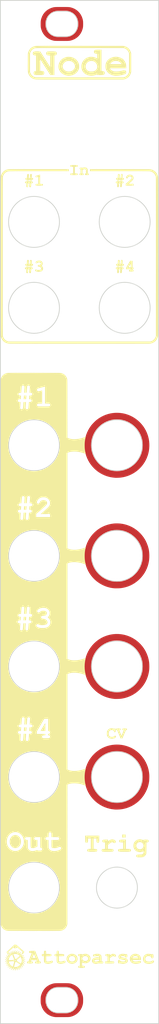
<source format=kicad_pcb>
(kicad_pcb (version 4) (host pcbnew 4.0.7)
  (layers (0 F.Cu signal) (31 B.Cu signal) (34 B.Paste user) (35 F.Paste user) (36 B.SilkS user) (37 F.SilkS user) (38 B.Mask user) (39 F.Mask user) (44 Edge.Cuts user))
  (net 0 "")
  (module LOGO (layer F.Cu) (at 0 0)
    (fp_text reference "G***" hide)
    (fp_text value "LOGO" hide)
    (fp_poly (pts (xy -7.080407 65.189182) (xy -6.924407 65.189413) (xy -6.789323 65.190012) (xy -6.672913 65.191150) (xy -6.572935 65.192995) (xy -6.487149 65.195718) (xy -6.413311 65.199488) (xy -6.349179 65.204473) (xy -6.292513 65.210845) (xy -6.241070 65.218772) (xy -6.192608 65.228423) (xy -6.144885 65.239969) (xy -6.095660 65.253578) (xy -6.042691 65.269421) (xy -5.992468 65.284950) (xy -5.783573 65.362902) (xy -5.587131 65.462355) (xy -5.404464 65.581980) (xy -5.236896 65.720445) (xy -5.085749 65.876423) (xy -4.952344 66.048581) (xy -4.838004 66.235592) (xy -4.744051 66.436124) (xy -4.686621 66.598297) (xy -4.658739 66.692252) (xy -4.636814 66.775152) (xy -4.620175 66.852223) (xy -4.608153 66.928689) (xy -4.600075 67.009774) (xy -4.595272 67.100702) (xy -4.593072 67.206699) (xy -4.592791 67.329050) (xy -4.593887 67.452086) (xy -4.596800 67.555109) (xy -4.602258 67.643483) (xy -4.610990 67.722571) (xy -4.623725 67.797736) (xy -4.641191 67.874342) (xy -4.664116 67.957752) (xy -4.689584 68.041682) (xy -4.766909 68.248093) (xy -4.865772 68.442987) (xy -4.984634 68.624822) (xy -5.121955 68.792054) (xy -5.276192 68.943140) (xy -5.445807 69.076537) (xy -5.629257 69.190701) (xy -5.825004 69.284090) (xy -5.988050 69.342386) (xy -6.044568 69.359792) (xy -6.094171 69.374844) (xy -6.139118 69.387719) (xy -6.181664 69.398596) (xy -6.224065 69.407651) (xy -6.268579 69.415061) (xy -6.317461 69.421005) (xy -6.372968 69.425660) (xy -6.437356 69.429203) (xy -6.512882 69.431811) (xy -6.601802 69.433662) (xy -6.706374 69.434934) (xy -6.828852 69.435804) (xy -6.971493 69.436448) (xy -7.136555 69.437046) (xy -7.194550 69.437256) (xy -7.340484 69.437725) (xy -7.479824 69.438035) (xy -7.610348 69.438190) (xy -7.729830 69.438195) (xy -7.836047 69.438053) (xy -7.926774 69.437767) (xy -7.999787 69.437343) (xy -8.052861 69.436783) (xy -8.083773 69.436091) (xy -8.089900 69.435733) (xy -8.296784 69.403205) (xy -8.502731 69.350073) (xy -8.700935 69.278411) (xy -8.870950 69.197707) (xy -9.061954 69.080844) (xy -9.236793 68.944932) (xy -9.394319 68.791389) (xy -9.533379 68.621635) (xy -9.652824 68.437085) (xy -9.751502 68.239160) (xy -9.828263 68.029275) (xy -9.833528 68.011652) (xy -9.860022 67.918941) (xy -9.880795 67.838624) (xy -9.896514 67.765400) (xy -9.907846 67.693967) (xy -9.915459 67.619027) (xy -9.920018 67.535277) (xy -9.922191 67.437418) (xy -9.922474 67.364095) (xy -9.244928 67.364095) (xy -9.243726 67.451393) (xy -9.241250 67.529779) (xy -9.237492 67.593579) (xy -9.233005 67.633850) (xy -9.190490 67.817517) (xy -9.124963 67.994418) (xy -9.038183 68.162060) (xy -8.931909 68.317952) (xy -8.807901 68.459602) (xy -8.667920 68.584519) (xy -8.513724 68.690210) (xy -8.469000 68.715607) (xy -8.387786 68.755348) (xy -8.292984 68.794736) (xy -8.193005 68.830784) (xy -8.096262 68.860506) (xy -8.011167 68.880915) (xy -7.995295 68.883783) (xy -7.966572 68.886395) (xy -7.915485 68.888691) (xy -7.845069 68.890668) (xy -7.758357 68.892325) (xy -7.658384 68.893661) (xy -7.548185 68.894672) (xy -7.430793 68.895359) (xy -7.309243 68.895717) (xy -7.186569 68.895747) (xy -7.065805 68.895445) (xy -6.949986 68.894810) (xy -6.842146 68.893840) (xy -6.745320 68.892534) (xy -6.662540 68.890889) (xy -6.596842 68.888904) (xy -6.551261 68.886577) (xy -6.532520 68.884675) (xy -6.435157 68.863814) (xy -6.326322 68.832140) (xy -6.215655 68.792965) (xy -6.112795 68.749602) (xy -6.053411 68.720051) (xy -5.894497 68.620372) (xy -5.748245 68.500438) (xy -5.617686 68.363293) (xy -5.505851 68.211981) (xy -5.446028 68.110100) (xy -5.369647 67.943697) (xy -5.313845 67.769697) (xy -5.278233 67.585906) (xy -5.262418 67.390126) (xy -5.266009 67.180162) (xy -5.270112 67.122509) (xy -5.298221 66.927843) (xy -5.349439 66.741516) (xy -5.422656 66.565251) (xy -5.516765 66.400767) (xy -5.630657 66.249783) (xy -5.763223 66.114021) (xy -5.913354 65.995200) (xy -6.051550 65.910109) (xy -6.183463 65.847940) (xy -6.329130 65.795957) (xy -6.478381 65.757307) (xy -6.614871 65.735741) (xy -6.665362 65.732164) (xy -6.737483 65.729171) (xy -6.827471 65.726759) (xy -6.931563 65.724927) (xy -7.045996 65.723675) (xy -7.167006 65.723000) (xy -7.290831 65.722902) (xy -7.413707 65.723379) (xy -7.531872 65.724430) (xy -7.641561 65.726054) (xy -7.739013 65.728249) (xy -7.820463 65.731014) (xy -7.882149 65.734349) (xy -7.903835 65.736172) (xy -8.086285 65.767021) (xy -8.265002 65.821525) (xy -8.436750 65.897943) (xy -8.598293 65.994536) (xy -8.746394 66.109562) (xy -8.877818 66.241282) (xy -8.906775 66.275500) (xy -9.003769 66.410341) (xy -9.088520 66.560880) (xy -9.157953 66.720343) (xy -9.208995 66.881953) (xy -9.232099 66.992500) (xy -9.237149 67.039254) (xy -9.240966 67.105465) (xy -9.243539 67.185457) (xy -9.244863 67.273558) (xy -9.244928 67.364095) (xy -9.922474 67.364095) (xy -9.922645 67.320149) (xy -9.922614 67.303650) (xy -9.921583 67.179121) (xy -9.918649 67.074642) (xy -9.913085 66.984890) (xy -9.904164 66.904542) (xy -9.891159 66.828274) (xy -9.873343 66.750764) (xy -9.849989 66.666689) (xy -9.824124 66.582556) (xy -9.744791 66.372869) (xy -9.644149 66.176011) (xy -9.523492 65.993269) (xy -9.384110 65.825927) (xy -9.227297 65.675273) (xy -9.054343 65.542590) (xy -8.866540 65.429166) (xy -8.665181 65.336285) (xy -8.520731 65.285380) (xy -8.462422 65.267379) (xy -8.410044 65.251778) (xy -8.361347 65.238403) (xy -8.314081 65.227084) (xy -8.265996 65.217650) (xy -8.214841 65.209927) (xy -8.158367 65.203745) (xy -8.094323 65.198932) (xy -8.020460 65.195317) (xy -7.934527 65.192727) (xy -7.834275 65.190990) (xy -7.717452 65.189936) (xy -7.581809 65.189392) (xy -7.425096 65.189188) (xy -7.259566 65.189151) (xy -7.080407 65.189182)) (layer F.Cu) (width 0.010000))
    (fp_poly (pts (xy -0.039160 35.256210) (xy 0.268848 35.290198) (xy 0.573159 35.347236) (xy 0.872249 35.427177) (xy 1.164597 35.529871) (xy 1.448680 35.655169) (xy 1.722975 35.802923) (xy 1.900364 35.914304) (xy 2.067389 36.030109) (xy 2.217702 36.144645) (xy 2.358875 36.264086) (xy 2.498483 36.394606) (xy 2.540317 36.435969) (xy 2.761133 36.674342) (xy 2.960441 36.926028) (xy 3.137907 37.190312) (xy 3.293196 37.466475) (xy 3.425972 37.753801) (xy 3.535901 38.051572) (xy 3.622649 38.359072) (xy 3.685879 38.675584) (xy 3.722410 38.967628) (xy 3.729060 39.071484) (xy 3.732299 39.193126) (xy 3.732310 39.326024) (xy 3.729280 39.463646) (xy 3.723393 39.599462) (xy 3.714835 39.726938) (xy 3.703789 39.839545) (xy 3.696077 39.897050) (xy 3.654014 40.136719) (xy 3.602653 40.359661) (xy 3.539734 40.573056) (xy 3.463002 40.784085) (xy 3.370196 40.999929) (xy 3.308707 41.128950) (xy 3.156517 41.409952) (xy 2.983815 41.676530) (xy 2.791589 41.927708) (xy 2.580829 42.162507) (xy 2.352523 42.379951) (xy 2.107662 42.579064) (xy 1.847233 42.758868) (xy 1.572226 42.918387) (xy 1.419070 42.995244) (xy 1.125055 43.121621) (xy 0.824585 43.223936) (xy 0.515972 43.302682) (xy 0.197529 43.358350) (xy 0.152400 43.364288) (xy 0.069197 43.372735) (xy -0.031724 43.379706) (xy -0.144134 43.385057) (xy -0.261803 43.388642) (xy -0.378502 43.390317) (xy -0.488002 43.389937) (xy -0.584071 43.387357) (xy -0.654050 43.383022) (xy -0.979103 43.342153) (xy -1.295833 43.277879) (xy -1.603277 43.190796) (xy -1.900475 43.081505) (xy -2.186464 42.950603) (xy -2.460284 42.798688) (xy -2.720971 42.626359) (xy -2.967565 42.434215) (xy -3.199104 42.222853) (xy -3.414626 41.992871) (xy -3.613170 41.744869) (xy -3.793773 41.479445) (xy -3.842795 41.399063) (xy -3.995179 41.118270) (xy -4.124244 40.828403) (xy -4.229827 40.530831) (xy -4.311762 40.226924) (xy -4.369885 39.918050) (xy -4.404033 39.605577) (xy -4.413139 39.319200) (xy -3.494261 39.319200) (xy -3.481815 39.603439) (xy -3.444856 39.882079) (xy -3.383861 40.153973) (xy -3.299304 40.417973) (xy -3.191660 40.672933) (xy -3.061403 40.917706) (xy -2.909009 41.151144) (xy -2.734951 41.372100) (xy -2.571662 41.547907) (xy -2.363239 41.738806) (xy -2.141231 41.908883) (xy -1.907074 42.057661) (xy -1.662202 42.184665) (xy -1.408053 42.289420) (xy -1.146061 42.371451) (xy -0.877661 42.430283) (xy -0.604289 42.465439) (xy -0.327380 42.476445) (xy -0.048370 42.462826) (xy 0.126982 42.441516) (xy 0.402755 42.387540) (xy 0.670999 42.309834) (xy 0.930257 42.209268) (xy 1.179071 42.086711) (xy 1.415986 41.943033) (xy 1.639543 41.779102) (xy 1.848286 41.595789) (xy 2.040758 41.393962) (xy 2.188239 41.211500) (xy 2.347251 40.977866) (xy 2.484547 40.731459) (xy 2.599635 40.473460) (xy 2.692022 40.205050) (xy 2.761215 39.927414) (xy 2.789385 39.770050) (xy 2.798230 39.704773) (xy 2.804734 39.636257) (xy 2.809166 39.559391) (xy 2.811791 39.469064) (xy 2.812878 39.360166) (xy 2.812944 39.319200) (xy 2.812308 39.203036) (xy 2.810221 39.107134) (xy 2.806416 39.026383) (xy 2.800627 38.955672) (xy 2.792585 38.889890) (xy 2.789385 38.868350) (xy 2.733573 38.587496) (xy 2.654876 38.316129) (xy 2.554127 38.055368) (xy 2.432162 37.806336) (xy 2.289815 37.570155) (xy 2.127919 37.347945) (xy 1.947311 37.140828) (xy 1.748823 36.949926) (xy 1.533291 36.776360) (xy 1.301549 36.621253) (xy 1.054432 36.485725) (xy 0.995709 36.457535) (xy 0.787893 36.368592) (xy 0.579257 36.296587) (xy 0.362336 36.239255) (xy 0.129663 36.194328) (xy 0.127000 36.193897) (xy 0.009798 36.179215) (xy -0.125023 36.169470) (xy -0.270217 36.164671) (xy -0.418535 36.164827) (xy -0.562731 36.169945) (xy -0.695555 36.180034) (xy -0.795954 36.192820) (xy -1.082930 36.250752) (xy -1.357695 36.330941) (xy -1.620202 36.433365) (xy -1.870405 36.557998) (xy -2.108254 36.704817) (xy -2.333704 36.873798) (xy -2.546706 37.064916) (xy -2.573978 37.091884) (xy -2.765540 37.301031) (xy -2.935864 37.523663) (xy -3.084479 37.758641) (xy -3.210914 38.004829) (xy -3.314701 38.261088) (xy -3.395368 38.526281) (xy -3.452445 38.799269) (xy -3.485463 39.078915) (xy -3.494261 39.319200) (xy -4.413139 39.319200) (xy -4.414040 39.290876) (xy -4.399742 38.975314) (xy -4.360976 38.660259) (xy -4.297576 38.347082) (xy -4.236194 38.122242) (xy -4.175843 37.943342) (xy -4.101149 37.754497) (xy -4.015758 37.563691) (xy -3.923319 37.378906) (xy -3.827481 37.208127) (xy -3.791961 37.150200) (xy -3.614670 36.891949) (xy -3.417322 36.647699) (xy -3.201612 36.418873) (xy -2.969235 36.206893) (xy -2.721887 36.013183) (xy -2.461262 35.839165) (xy -2.189054 35.686262) (xy -1.906960 35.555899) (xy -1.879600 35.544694) (xy -1.581378 35.437249) (xy -1.277719 35.353748) (xy -0.970145 35.294043) (xy -0.660179 35.257984) (xy -0.349343 35.245423) (xy -0.039160 35.256210)) (layer F.Cu) (width 0.010000))
    (fp_poly (pts (xy -0.141741 21.372033) (xy 0.174888 21.399573) (xy 0.482728 21.449913) (xy 0.789465 21.524590) (xy 1.087806 21.622708) (xy 1.376527 21.743339) (xy 1.654403 21.885555) (xy 1.920208 22.048431) (xy 2.172717 22.231039) (xy 2.410705 22.432452) (xy 2.632948 22.651743) (xy 2.838219 22.887985) (xy 3.025294 23.140252) (xy 3.192948 23.407616) (xy 3.278964 23.565662) (xy 3.402134 23.824024) (xy 3.504366 24.082022) (xy 3.587472 24.345282) (xy 3.653266 24.619430) (xy 3.696175 24.860250) (xy 3.710399 24.975729) (xy 3.721172 25.109743) (xy 3.728364 25.255645) (xy 3.731846 25.406787) (xy 3.731487 25.556521) (xy 3.727159 25.698201) (xy 3.718732 25.825180) (xy 3.715619 25.857200) (xy 3.669531 26.176271) (xy 3.599704 26.487597) (xy 3.506853 26.790101) (xy 3.391695 27.082708) (xy 3.254945 27.364344) (xy 3.097322 27.633934) (xy 2.919540 27.890404) (xy 2.722317 28.132677) (xy 2.506369 28.359680) (xy 2.272411 28.570338) (xy 2.021161 28.763575) (xy 1.753335 28.938317) (xy 1.605975 29.022485) (xy 1.322239 29.162539) (xy 1.026557 29.280373) (xy 0.719770 29.375712) (xy 0.402718 29.448284) (xy 0.189651 29.483380) (xy 0.136725 29.489040) (xy 0.063951 29.494339) (xy -0.023741 29.499143) (xy -0.121418 29.503312) (xy -0.224149 29.506709) (xy -0.327003 29.509196) (xy -0.425048 29.510637) (xy -0.513353 29.510893) (xy -0.586986 29.509827) (xy -0.641015 29.507302) (xy -0.647700 29.506736) (xy -0.980086 29.464312) (xy -1.300288 29.399692) (xy -1.608841 29.312664) (xy -1.906282 29.203016) (xy -2.193144 29.070538) (xy -2.469964 28.915019) (xy -2.737276 28.736247) (xy -2.884199 28.624967) (xy -2.953049 28.567408) (xy -3.033802 28.494782) (xy -3.122051 28.411493) (xy -3.213388 28.321943) (xy -3.303406 28.230537) (xy -3.387697 28.141678) (xy -3.461852 28.059769) (xy -3.521466 27.989214) (xy -3.525081 27.984687) (xy -3.670048 27.788833) (xy -3.808665 27.575336) (xy -3.936563 27.351735) (xy -4.049373 27.125567) (xy -4.125205 26.949400) (xy -4.230793 26.650404) (xy -4.312344 26.345627) (xy -4.369936 26.036647) (xy -4.403648 25.725047) (xy -4.410706 25.502357) (xy -3.495415 25.502357) (xy -3.477496 25.781344) (xy -3.435215 26.057877) (xy -3.401977 26.206450) (xy -3.321640 26.476839) (xy -3.218266 26.736726) (xy -3.092247 26.985421) (xy -2.943974 27.222234) (xy -2.773840 27.446476) (xy -2.582235 27.657456) (xy -2.573118 27.666624) (xy -2.395586 27.833344) (xy -2.215483 27.979245) (xy -2.026709 28.108664) (xy -1.823163 28.225936) (xy -1.695450 28.290329) (xy -1.447602 28.397103) (xy -1.194286 28.481064) (xy -0.932234 28.543121) (xy -0.658178 28.584179) (xy -0.622300 28.587941) (xy -0.539449 28.593399) (xy -0.438068 28.595649) (xy -0.324797 28.594913) (xy -0.206273 28.591416) (xy -0.089134 28.585383) (xy 0.019982 28.577038) (xy 0.114437 28.566604) (xy 0.146050 28.561988) (xy 0.425539 28.504843) (xy 0.696112 28.424141) (xy 0.956736 28.320405) (xy 1.206382 28.194161) (xy 1.444020 28.045933) (xy 1.668619 27.876245) (xy 1.879150 27.685623) (xy 1.891922 27.672922) (xy 2.084614 27.462652) (xy 2.255945 27.238762) (xy 2.405646 27.001785) (xy 2.533451 26.752249) (xy 2.639090 26.490686) (xy 2.722297 26.217626) (xy 2.782803 25.933599) (xy 2.789083 25.895300) (xy 2.799542 25.808575) (xy 2.807127 25.702750) (xy 2.811832 25.583959) (xy 2.813656 25.458340) (xy 2.812593 25.332029) (xy 2.808642 25.211161) (xy 2.801797 25.101872) (xy 2.792056 25.010299) (xy 2.789597 24.993600) (xy 2.732875 24.710119) (xy 2.653544 24.437004) (xy 2.552413 24.175246) (xy 2.430291 23.925835) (xy 2.287989 23.689762) (xy 2.126315 23.468017) (xy 1.946080 23.261592) (xy 1.748092 23.071477) (xy 1.533161 22.898662) (xy 1.302097 22.744138) (xy 1.055709 22.608895) (xy 0.794807 22.493925) (xy 0.725546 22.467786) (xy 0.481308 22.390001) (xy 0.234032 22.334264) (xy -0.020266 22.299898) (xy -0.285566 22.286226) (xy -0.342900 22.285920) (xy -0.527225 22.290247) (xy -0.696352 22.303074) (xy -0.859382 22.325498) (xy -1.025413 22.358617) (xy -1.106274 22.377989) (xy -1.373712 22.457908) (xy -1.630757 22.560321) (xy -1.876246 22.684064) (xy -2.109014 22.827975) (xy -2.327897 22.990887) (xy -2.531730 23.171638) (xy -2.719351 23.369064) (xy -2.889595 23.581999) (xy -3.041297 23.809280) (xy -3.173294 24.049744) (xy -3.284421 24.302225) (xy -3.373515 24.565561) (xy -3.402987 24.674726) (xy -3.458162 24.946643) (xy -3.488971 25.223321) (xy -3.495415 25.502357) (xy -4.410706 25.502357) (xy -4.413558 25.412407) (xy -4.399743 25.100308) (xy -4.362282 24.790330) (xy -4.301252 24.484053) (xy -4.216732 24.183060) (xy -4.108799 23.888931) (xy -3.977533 23.603245) (xy -3.958191 23.565723) (xy -3.798539 23.286640) (xy -3.620351 23.024153) (xy -3.424780 22.778813) (xy -3.212980 22.551167) (xy -2.986102 22.341765) (xy -2.745300 22.151157) (xy -2.491727 21.979892) (xy -2.226535 21.828519) (xy -1.950879 21.697587) (xy -1.665911 21.587647) (xy -1.372783 21.499246) (xy -1.072649 21.432935) (xy -0.766662 21.389263) (xy -0.455975 21.368779) (xy -0.141741 21.372033)) (layer F.Cu) (width 0.010000))
    (fp_poly (pts (xy -0.279120 7.493990) (xy -0.153933 7.496748) (xy -0.036576 7.501709) (xy 0.066329 7.508818) (xy 0.105323 7.512613) (xy 0.420586 7.559463) (xy 0.728921 7.630301) (xy 1.029158 7.724379) (xy 1.320131 7.840946) (xy 1.600670 7.979254) (xy 1.869608 8.138553) (xy 2.125776 8.318094) (xy 2.368007 8.517127) (xy 2.595133 8.734903) (xy 2.805985 8.970673) (xy 2.999396 9.223686) (xy 3.162826 9.474200) (xy 3.281163 9.687953) (xy 3.390319 9.919376) (xy 3.487558 10.161567) (xy 3.570147 10.407628) (xy 3.635349 10.650659) (xy 3.643599 10.687050) (xy 3.688690 10.934973) (xy 3.718303 11.196573) (xy 3.732274 11.465260) (xy 3.730442 11.734447) (xy 3.712643 11.997546) (xy 3.681768 12.230100) (xy 3.615801 12.548344) (xy 3.526563 12.856693) (xy 3.414362 13.154540) (xy 3.279503 13.441278) (xy 3.122292 13.716299) (xy 2.943036 13.978997) (xy 2.742041 14.228763) (xy 2.590800 14.393286) (xy 2.354443 14.619618) (xy 2.105877 14.823691) (xy 1.845302 15.005405) (xy 1.572914 15.164665) (xy 1.288914 15.301374) (xy 0.993498 15.415435) (xy 0.686866 15.506750) (xy 0.369216 15.575223) (xy 0.088900 15.615596) (xy 0.029881 15.620529) (xy -0.048957 15.624658) (xy -0.142047 15.627915) (xy -0.243820 15.630233) (xy -0.348707 15.631545) (xy -0.451140 15.631783) (xy -0.545548 15.630881) (xy -0.626364 15.628769) (xy -0.688019 15.625383) (xy -0.692150 15.625038) (xy -0.759803 15.617758) (xy -0.844784 15.606478) (xy -0.939557 15.592391) (xy -1.036588 15.576693) (xy -1.128342 15.560575) (xy -1.207283 15.545233) (xy -1.238250 15.538530) (xy -1.534486 15.458950) (xy -1.825484 15.356287) (xy -2.108945 15.231866) (xy -2.382567 15.087015) (xy -2.644052 14.923058) (xy -2.891098 14.741324) (xy -3.121406 14.543137) (xy -3.330738 14.331950) (xy -3.543279 14.081078) (xy -3.733093 13.818885) (xy -3.900075 13.545602) (xy -4.044120 13.261460) (xy -4.165120 12.966689) (xy -4.262971 12.661520) (xy -4.337566 12.346186) (xy -4.388800 12.020916) (xy -4.388844 12.020550) (xy -4.397977 11.922916) (xy -4.404651 11.807443) (xy -4.408816 11.680768) (xy -4.409183 11.650754) (xy -3.494983 11.650754) (xy -3.475312 11.925758) (xy -3.431074 12.200280) (xy -3.403092 12.322982) (xy -3.323146 12.592361) (xy -3.220842 12.850934) (xy -3.097290 13.097591) (xy -2.953599 13.331222) (xy -2.790878 13.550716) (xy -2.610236 13.754965) (xy -2.412783 13.942859) (xy -2.199628 14.113287) (xy -1.971880 14.265140) (xy -1.730649 14.397307) (xy -1.477043 14.508680) (xy -1.212172 14.598148) (xy -1.098550 14.628747) (xy -1.020178 14.646730) (xy -0.931937 14.664511) (xy -0.846837 14.679568) (xy -0.800100 14.686601) (xy -0.737993 14.695043) (xy -0.681673 14.702719) (xy -0.637962 14.708698) (xy -0.615950 14.711733) (xy -0.592503 14.713089) (xy -0.547847 14.713957) (xy -0.486170 14.714323) (xy -0.411660 14.714170) (xy -0.328505 14.713483) (xy -0.285750 14.712945) (xy -0.165079 14.710461) (xy -0.064703 14.706498) (xy 0.020453 14.700721) (xy 0.095469 14.692794) (xy 0.158750 14.683502) (xy 0.440689 14.624190) (xy 0.711850 14.541921) (xy 0.971851 14.436891) (xy 1.220311 14.309295) (xy 1.456851 14.159330) (xy 1.681089 13.987190) (xy 1.892645 13.793071) (xy 1.892908 13.792808) (xy 2.085865 13.582306) (xy 2.257327 13.358392) (xy 2.407015 13.121618) (xy 2.534651 12.872538) (xy 2.639955 12.611704) (xy 2.722651 12.339668) (xy 2.782459 12.056983) (xy 2.789360 12.014200) (xy 2.799622 11.927402) (xy 2.807063 11.821703) (xy 2.811682 11.703192) (xy 2.813477 11.577962) (xy 2.812447 11.452102) (xy 2.808591 11.331703) (xy 2.801905 11.222857) (xy 2.792390 11.131653) (xy 2.789597 11.112500) (xy 2.732643 10.827278) (xy 2.652920 10.553087) (xy 2.550624 10.290317) (xy 2.425952 10.039358) (xy 2.279101 9.800601) (xy 2.110269 9.574437) (xy 1.919652 9.361257) (xy 1.892661 9.333895) (xy 1.682260 9.140569) (xy 1.458506 8.968784) (xy 1.221944 8.818819) (xy 0.973119 8.690955) (xy 0.712577 8.585472) (xy 0.440863 8.502651) (xy 0.158750 8.442809) (xy 0.065801 8.430635) (xy -0.046076 8.421534) (xy -0.170830 8.415542) (xy -0.302407 8.412695) (xy -0.434756 8.413031) (xy -0.561822 8.416585) (xy -0.677555 8.423395) (xy -0.775900 8.433497) (xy -0.800100 8.437016) (xy -1.082024 8.494031) (xy -1.355115 8.574540) (xy -1.618313 8.678043) (xy -1.870561 8.804041) (xy -2.110800 8.952035) (xy -2.337971 9.121525) (xy -2.444750 9.212768) (xy -2.644684 9.407955) (xy -2.824790 9.618048) (xy -2.984596 9.841508) (xy -3.123626 10.076797) (xy -3.241408 10.322375) (xy -3.337466 10.576703) (xy -3.411326 10.838244) (xy -3.462515 11.105459) (xy -3.490559 11.376809) (xy -3.494983 11.650754) (xy -4.409183 11.650754) (xy -4.410423 11.549526) (xy -4.409424 11.420352) (xy -4.405770 11.299883) (xy -4.399411 11.194755) (xy -4.395265 11.150600) (xy -4.348017 10.830092) (xy -4.277236 10.517565) (xy -4.183632 10.214080) (xy -4.067911 9.920697) (xy -3.930782 9.638477) (xy -3.772951 9.368482) (xy -3.595126 9.111772) (xy -3.398015 8.869409) (xy -3.182326 8.642453) (xy -2.948766 8.431966) (xy -2.698042 8.239007) (xy -2.430863 8.064639) (xy -2.279650 7.978398) (xy -2.000838 7.841276) (xy -1.709428 7.725344) (xy -1.407909 7.631360) (xy -1.098771 7.560079) (xy -0.784502 7.512259) (xy -0.725730 7.506018) (xy -0.635442 7.499446) (xy -0.526497 7.495286) (xy -0.405515 7.493484) (xy -0.279120 7.493990)) (layer F.Cu) (width 0.010000))
    (fp_poly (pts (xy 0.089232 -6.366489) (xy 0.407691 -6.320367) (xy 0.635000 -6.271972) (xy 0.934800 -6.186562) (xy 1.227083 -6.077529) (xy 1.510336 -5.945931) (xy 1.783050 -5.792825) (xy 2.043714 -5.619267) (xy 2.290816 -5.426314) (xy 2.522847 -5.215023) (xy 2.738296 -4.986452) (xy 2.935653 -4.741657) (xy 3.046632 -4.584636) (xy 3.213498 -4.313595) (xy 3.357447 -4.032814) (xy 3.478394 -3.743690) (xy 3.576250 -3.447618) (xy 3.650929 -3.145995) (xy 3.702343 -2.840216) (xy 3.730406 -2.531678) (xy 3.735029 -2.221777) (xy 3.716126 -1.911907) (xy 3.673611 -1.603467) (xy 3.607394 -1.297850) (xy 3.517391 -0.996455) (xy 3.403513 -0.700676) (xy 3.302616 -0.483829) (xy 3.148931 -0.205113) (xy 2.975315 0.058646) (xy 2.782934 0.306628) (xy 2.572958 0.538016) (xy 2.346554 0.751990) (xy 2.104891 0.947732) (xy 1.849137 1.124424) (xy 1.580461 1.281248) (xy 1.300030 1.417384) (xy 1.009013 1.532015) (xy 0.708579 1.624322) (xy 0.399895 1.693486) (xy 0.138701 1.732679) (xy 0.069938 1.739375) (xy -0.014354 1.745495) (xy -0.108522 1.750828) (xy -0.206914 1.755168) (xy -0.303875 1.758304) (xy -0.393753 1.760028) (xy -0.470895 1.760132) (xy -0.529647 1.758405) (xy -0.539750 1.757743) (xy -0.749516 1.738944) (xy -0.940486 1.715106) (xy -1.118975 1.685035) (xy -1.291296 1.647539) (xy -1.463760 1.601425) (xy -1.615793 1.554361) (xy -1.913787 1.443841) (xy -2.199832 1.311434) (xy -2.472981 1.158145) (xy -2.732287 0.984982) (xy -2.976803 0.792951) (xy -3.205581 0.583058) (xy -3.417674 0.356310) (xy -3.612134 0.113713) (xy -3.788015 -0.143726) (xy -3.944370 -0.415001) (xy -4.080249 -0.699106) (xy -4.194708 -0.995033) (xy -4.280140 -1.276350) (xy -4.346792 -1.575988) (xy -4.390342 -1.883509) (xy -4.410704 -2.196052) (xy -4.410221 -2.248304) (xy -3.495499 -2.248304) (xy -3.477947 -1.970045) (xy -3.436030 -1.695239) (xy -3.402987 -1.548027) (xy -3.327919 -1.296500) (xy -3.230305 -1.048023) (xy -3.112466 -0.807446) (xy -2.976720 -0.579620) (xy -2.862029 -0.416695) (xy -2.681766 -0.199080) (xy -2.485545 -0.000379) (xy -2.274764 0.178831) (xy -2.050821 0.337972) (xy -1.815115 0.476464) (xy -1.569044 0.593732) (xy -1.314007 0.689195) (xy -1.051401 0.762277) (xy -0.782626 0.812399) (xy -0.509079 0.838984) (xy -0.232159 0.841452) (xy 0.046736 0.819227) (xy 0.107950 0.811004) (xy 0.368643 0.763071) (xy 0.617275 0.695567) (xy 0.859988 0.606638) (xy 1.018098 0.536175) (xy 1.266125 0.404248) (xy 1.499363 0.252293) (xy 1.716889 0.081564) (xy 1.917777 -0.106684) (xy 2.101103 -0.311197) (xy 2.265941 -0.530720) (xy 2.411367 -0.763998) (xy 2.536457 -1.009777) (xy 2.640284 -1.266802) (xy 2.721925 -1.533819) (xy 2.780455 -1.809572) (xy 2.789490 -1.866900) (xy 2.800268 -1.961101) (xy 2.807913 -2.073194) (xy 2.812430 -2.196967) (xy 2.813822 -2.326206) (xy 2.812092 -2.454697) (xy 2.807243 -2.576226) (xy 2.799279 -2.684579) (xy 2.788998 -2.768600) (xy 2.731726 -3.053455) (xy 2.651602 -3.327730) (xy 2.548942 -3.590802) (xy 2.424058 -3.842049) (xy 2.277265 -4.080847) (xy 2.108878 -4.306576) (xy 1.919210 -4.518611) (xy 1.891922 -4.546223) (xy 1.681965 -4.738670) (xy 1.458671 -4.909539) (xy 1.222352 -5.058669) (xy 0.973319 -5.185904) (xy 0.711885 -5.291086) (xy 0.438362 -5.374055) (xy 0.153060 -5.434655) (xy 0.133350 -5.437942) (xy 0.024328 -5.451772) (xy -0.102916 -5.461253) (xy -0.241583 -5.466382) (xy -0.384869 -5.467158) (xy -0.525973 -5.463580) (xy -0.658093 -5.455644) (xy -0.774428 -5.443349) (xy -0.809002 -5.438204) (xy -1.034164 -5.394888) (xy -1.243977 -5.339794) (xy -1.446768 -5.270336) (xy -1.650866 -5.183930) (xy -1.695450 -5.163019) (xy -1.909032 -5.052195) (xy -2.105691 -4.930486) (xy -2.291080 -4.793878) (xy -2.470853 -4.638358) (xy -2.572030 -4.540659) (xy -2.764771 -4.330314) (xy -2.936023 -4.106736) (xy -3.085404 -3.870598) (xy -3.212533 -3.622572) (xy -3.317027 -3.363331) (xy -3.398504 -3.093546) (xy -3.401977 -3.079750) (xy -3.457512 -2.805562) (xy -3.488687 -2.527612) (xy -3.495499 -2.248304) (xy -4.410221 -2.248304) (xy -4.407789 -2.510756) (xy -4.381511 -2.824757) (xy -4.336032 -3.113624) (xy -4.266301 -3.407985) (xy -4.172426 -3.699690) (xy -4.055663 -3.986033) (xy -3.917267 -4.264308) (xy -3.758493 -4.531808) (xy -3.580599 -4.785827) (xy -3.529729 -4.851400) (xy -3.469306 -4.923670) (xy -3.394263 -5.007242) (xy -3.309005 -5.097701) (xy -3.217937 -5.190635) (xy -3.125461 -5.281628) (xy -3.035983 -5.366269) (xy -2.953907 -5.440141) (xy -2.883951 -5.498585) (xy -2.621104 -5.690348) (xy -2.347543 -5.859454) (xy -2.064414 -6.005652) (xy -1.772862 -6.128692) (xy -1.474030 -6.228320) (xy -1.169065 -6.304285) (xy -0.859112 -6.356337) (xy -0.545314 -6.384222) (xy -0.228818 -6.387690) (xy 0.089232 -6.366489)) (layer F.Cu) (width 0.010000))
    (fp_poly (pts (xy -7.258050 -57.308750) (xy -7.079297 -57.308725) (xy -6.923731 -57.308541) (xy -6.789141 -57.308035) (xy -6.673315 -57.307047) (xy -6.574040 -57.305414) (xy -6.489104 -57.302974) (xy -6.416296 -57.299566) (xy -6.353403 -57.295026) (xy -6.298212 -57.289194) (xy -6.248513 -57.281907) (xy -6.202092 -57.273004) (xy -6.156738 -57.262321) (xy -6.110238 -57.249698) (xy -6.060381 -57.234972) (xy -6.004954 -57.217982) (xy -6.000750 -57.216686) (xy -5.789708 -57.138687) (xy -5.591695 -57.039427) (xy -5.407920 -56.920126) (xy -5.239596 -56.782007) (xy -5.087933 -56.626292) (xy -4.954142 -56.454202) (xy -4.839435 -56.266960) (xy -4.745022 -56.065786) (xy -4.682112 -55.886350) (xy -4.654857 -55.792201) (xy -4.633591 -55.709612) (xy -4.617602 -55.633085) (xy -4.606182 -55.557122) (xy -4.598620 -55.476225) (xy -4.594207 -55.384896) (xy -4.592233 -55.277636) (xy -4.591922 -55.187850) (xy -4.592785 -55.062265) (xy -4.595723 -54.956590) (xy -4.601456 -54.865374) (xy -4.610706 -54.783162) (xy -4.624193 -54.704502) (xy -4.642640 -54.623941) (xy -4.666768 -54.536026) (xy -4.687122 -54.468173) (xy -4.764436 -54.258430) (xy -4.863107 -54.061164) (xy -4.981800 -53.877713) (xy -5.119181 -53.709417) (xy -5.273913 -53.557616) (xy -5.444662 -53.423648) (xy -5.630094 -53.308853) (xy -5.828872 -53.214571) (xy -5.995994 -53.155002) (xy -6.053216 -53.137502) (xy -6.104427 -53.122320) (xy -6.151841 -53.109295) (xy -6.197677 -53.098264) (xy -6.244148 -53.089066) (xy -6.293472 -53.081538) (xy -6.347865 -53.075519) (xy -6.409542 -53.070846) (xy -6.480720 -53.067358) (xy -6.563614 -53.064892) (xy -6.660442 -53.063287) (xy -6.773418 -53.062380) (xy -6.904759 -53.062010) (xy -7.056682 -53.062014) (xy -7.231401 -53.062231) (xy -7.264400 -53.062278) (xy -7.454367 -53.062708) (xy -7.620249 -53.063432) (xy -7.763360 -53.064472) (xy -7.885014 -53.065853) (xy -7.986524 -53.067597) (xy -8.069204 -53.069730) (xy -8.134369 -53.072274) (xy -8.183331 -53.075253) (xy -8.217405 -53.078691) (xy -8.223250 -53.079546) (xy -8.272991 -53.089330) (xy -8.339233 -53.105092) (xy -8.414346 -53.124883) (xy -8.490700 -53.146756) (xy -8.513020 -53.153529) (xy -8.724218 -53.231494) (xy -8.922447 -53.330748) (xy -9.106475 -53.450073) (xy -9.275072 -53.588247) (xy -9.427010 -53.744050) (xy -9.561057 -53.916263) (xy -9.675984 -54.103664) (xy -9.770560 -54.305035) (xy -9.824124 -54.454057) (xy -9.852740 -54.547455) (xy -9.875279 -54.629581) (xy -9.892444 -54.705652) (xy -9.904941 -54.780881) (xy -9.913472 -54.860481) (xy -9.918741 -54.949667) (xy -9.921452 -55.053652) (xy -9.922062 -55.141810) (xy -9.244981 -55.141810) (xy -9.243785 -55.054498) (xy -9.241377 -54.975235) (xy -9.237760 -54.909475) (xy -9.232940 -54.862673) (xy -9.231968 -54.856808) (xy -9.185183 -54.666109) (xy -9.116469 -54.485943) (xy -9.027225 -54.317898) (xy -8.918845 -54.163563) (xy -8.792727 -54.024526) (xy -8.650267 -53.902375) (xy -8.492861 -53.798697) (xy -8.321906 -53.715082) (xy -8.185150 -53.666344) (xy -8.114563 -53.646645) (xy -8.041016 -53.628902) (xy -7.974114 -53.615292) (xy -7.931150 -53.608766) (xy -7.890246 -53.605727) (xy -7.827413 -53.603096) (xy -7.746121 -53.600880) (xy -7.649837 -53.599082) (xy -7.542031 -53.597707) (xy -7.426171 -53.596760) (xy -7.305725 -53.596246) (xy -7.184163 -53.596170) (xy -7.064952 -53.596537) (xy -6.951561 -53.597351) (xy -6.847459 -53.598618) (xy -6.756115 -53.600342) (xy -6.680996 -53.602528) (xy -6.625572 -53.605180) (xy -6.604000 -53.606916) (xy -6.537415 -53.616650) (xy -6.457901 -53.632609) (xy -6.376442 -53.652447) (xy -6.330950 -53.665308) (xy -6.150493 -53.732511) (xy -5.983014 -53.820647) (xy -5.829802 -53.928101) (xy -5.692149 -54.053256) (xy -5.571344 -54.194493) (xy -5.468678 -54.350198) (xy -5.385441 -54.518751) (xy -5.322922 -54.698538) (xy -5.282413 -54.887940) (xy -5.270037 -54.994941) (xy -5.261496 -55.209873) (xy -5.272507 -55.410177) (xy -5.303428 -55.597856) (xy -5.354617 -55.774917) (xy -5.426429 -55.943365) (xy -5.445530 -55.980405) (xy -5.545962 -56.142482) (xy -5.665729 -56.289116) (xy -5.803122 -56.419089) (xy -5.956434 -56.531185) (xy -6.123957 -56.624188) (xy -6.303983 -56.696880) (xy -6.494805 -56.748044) (xy -6.533308 -56.755442) (xy -6.564160 -56.758597) (xy -6.617307 -56.761342) (xy -6.689658 -56.763676) (xy -6.778126 -56.765600) (xy -6.879619 -56.767115) (xy -6.991050 -56.768220) (xy -7.109329 -56.768916) (xy -7.231366 -56.769202) (xy -7.354073 -56.769080) (xy -7.474361 -56.768548) (xy -7.589139 -56.767608) (xy -7.695320 -56.766260) (xy -7.789813 -56.764503) (xy -7.869529 -56.762338) (xy -7.931379 -56.759766) (xy -7.972275 -56.756786) (xy -7.982793 -56.755353) (xy -8.175570 -56.708358) (xy -8.357291 -56.639890) (xy -8.526446 -56.551251) (xy -8.681526 -56.443741) (xy -8.821019 -56.318662) (xy -8.943418 -56.177316) (xy -9.047211 -56.021004) (xy -9.130888 -55.851028) (xy -9.176020 -55.726741) (xy -9.195452 -55.661260) (xy -9.213149 -55.595364) (xy -9.226759 -55.538137) (xy -9.232577 -55.508215) (xy -9.237525 -55.462469) (xy -9.241235 -55.397501) (xy -9.243710 -55.318766) (xy -9.244957 -55.231718) (xy -9.244981 -55.141810) (xy -9.922062 -55.141810) (xy -9.922310 -55.177651) (xy -9.922314 -55.181500) (xy -9.921700 -55.307089) (xy -9.919123 -55.412597) (xy -9.913879 -55.503315) (xy -9.905264 -55.584530) (xy -9.892575 -55.661533) (xy -9.875108 -55.739612) (xy -9.852159 -55.824056) (xy -9.824802 -55.914471) (xy -9.746532 -56.123624) (xy -9.646872 -56.320007) (xy -9.527066 -56.502382) (xy -9.388357 -56.669510) (xy -9.231987 -56.820153) (xy -9.059199 -56.953071) (xy -8.871237 -57.067026) (xy -8.669343 -57.160778) (xy -8.521700 -57.213311) (xy -8.464839 -57.231082) (xy -8.413930 -57.246497) (xy -8.366756 -57.259724) (xy -8.321102 -57.270932) (xy -8.274751 -57.280286) (xy -8.225485 -57.287954) (xy -8.171087 -57.294105) (xy -8.109342 -57.298905) (xy -8.038032 -57.302522) (xy -7.954941 -57.305123) (xy -7.857851 -57.306875) (xy -7.744546 -57.307947) (xy -7.612809 -57.308505) (xy -7.460423 -57.308717) (xy -7.285172 -57.308751) (xy -7.258050 -57.308750)) (layer F.Cu) (width 0.010000))
  )
  (module LOGO (layer F.Cu) (at 0 0)
    (fp_text reference "G***" hide)
    (fp_text value "LOGO" hide)
  )
  (module LOGO (layer F.Cu) (at 0 0)
    (fp_text reference "G***" hide)
    (fp_text value "LOGO" hide)
  )
  (gr_line (start -7.756435 -56.786963) (end -6.756435 -56.786963) (layer Edge.Cuts) (width 0.1))
  (gr_line (start -6.756435 -56.786963) (end -6.602645 -56.778963) (layer Edge.Cuts) (width 0.1))
  (gr_line (start -6.602645 -56.778963) (end -6.453395 -56.756363) (layer Edge.Cuts) (width 0.1))
  (gr_line (start -6.453395 -56.756363) (end -6.171485 -56.669263) (layer Edge.Cuts) (width 0.1))
  (gr_line (start -6.171485 -56.669263) (end -5.916645 -56.531283) (layer Edge.Cuts) (width 0.1))
  (gr_line (start -5.916645 -56.531283) (end -5.694815 -56.348403) (layer Edge.Cuts) (width 0.1))
  (gr_line (start -5.694815 -56.348403) (end -5.511935 -56.126573) (layer Edge.Cuts) (width 0.1))
  (gr_line (start -5.511935 -56.126573) (end -5.373955 -55.871733) (layer Edge.Cuts) (width 0.1))
  (gr_line (start -5.373955 -55.871733) (end -5.286755 -55.589823) (layer Edge.Cuts) (width 0.1))
  (gr_line (start -5.286755 -55.589823) (end -5.264155 -55.440573) (layer Edge.Cuts) (width 0.1))
  (gr_line (start -5.264155 -55.440573) (end -5.256155 -55.286783) (layer Edge.Cuts) (width 0.1))
  (gr_line (start -5.256155 -55.286783) (end -5.256155 -55.096783) (layer Edge.Cuts) (width 0.1))
  (gr_line (start -5.256155 -55.096783) (end -5.264155 -54.942993) (layer Edge.Cuts) (width 0.1))
  (gr_line (start -5.264155 -54.942993) (end -5.286755 -54.793743) (layer Edge.Cuts) (width 0.1))
  (gr_line (start -5.286755 -54.793743) (end -5.373955 -54.511833) (layer Edge.Cuts) (width 0.1))
  (gr_line (start -5.373955 -54.511833) (end -5.511935 -54.256983) (layer Edge.Cuts) (width 0.1))
  (gr_line (start -5.511935 -54.256983) (end -5.694815 -54.035153) (layer Edge.Cuts) (width 0.1))
  (gr_line (start -5.694815 -54.035153) (end -5.916645 -53.852283) (layer Edge.Cuts) (width 0.1))
  (gr_line (start -5.916645 -53.852283) (end -6.171485 -53.714303) (layer Edge.Cuts) (width 0.1))
  (gr_line (start -6.171485 -53.714303) (end -6.453395 -53.627103) (layer Edge.Cuts) (width 0.1))
  (gr_line (start -6.453395 -53.627103) (end -6.602645 -53.604503) (layer Edge.Cuts) (width 0.1))
  (gr_line (start -6.602645 -53.604503) (end -6.756435 -53.596503) (layer Edge.Cuts) (width 0.1))
  (gr_line (start -6.756435 -53.596503) (end -7.756435 -53.596503) (layer Edge.Cuts) (width 0.1))
  (gr_line (start -7.756435 -53.596503) (end -7.910225 -53.604503) (layer Edge.Cuts) (width 0.1))
  (gr_line (start -7.910225 -53.604503) (end -8.059485 -53.627103) (layer Edge.Cuts) (width 0.1))
  (gr_line (start -8.059485 -53.627103) (end -8.341395 -53.714303) (layer Edge.Cuts) (width 0.1))
  (gr_line (start -8.341395 -53.714303) (end -8.596235 -53.852283) (layer Edge.Cuts) (width 0.1))
  (gr_line (start -8.596235 -53.852283) (end -8.818065 -54.035153) (layer Edge.Cuts) (width 0.1))
  (gr_line (start -8.818065 -54.035153) (end -9.000945 -54.256983) (layer Edge.Cuts) (width 0.1))
  (gr_line (start -9.000945 -54.256983) (end -9.138925 -54.511833) (layer Edge.Cuts) (width 0.1))
  (gr_line (start -9.138925 -54.511833) (end -9.226025 -54.793743) (layer Edge.Cuts) (width 0.1))
  (gr_line (start -9.226025 -54.793743) (end -9.248625 -54.942993) (layer Edge.Cuts) (width 0.1))
  (gr_line (start -9.248625 -54.942993) (end -9.256625 -55.096783) (layer Edge.Cuts) (width 0.1))
  (gr_line (start -9.256625 -55.096783) (end -9.256625 -55.286783) (layer Edge.Cuts) (width 0.1))
  (gr_line (start -9.256625 -55.286783) (end -9.248625 -55.440573) (layer Edge.Cuts) (width 0.1))
  (gr_line (start -9.248625 -55.440573) (end -9.226025 -55.589823) (layer Edge.Cuts) (width 0.1))
  (gr_line (start -9.226025 -55.589823) (end -9.138925 -55.871733) (layer Edge.Cuts) (width 0.1))
  (gr_line (start -9.138925 -55.871733) (end -9.000945 -56.126573) (layer Edge.Cuts) (width 0.1))
  (gr_line (start -9.000945 -56.126573) (end -8.818065 -56.348403) (layer Edge.Cuts) (width 0.1))
  (gr_line (start -8.818065 -56.348403) (end -8.596235 -56.531283) (layer Edge.Cuts) (width 0.1))
  (gr_line (start -8.596235 -56.531283) (end -8.341395 -56.669263) (layer Edge.Cuts) (width 0.1))
  (gr_line (start -8.341395 -56.669263) (end -8.059485 -56.756363) (layer Edge.Cuts) (width 0.1))
  (gr_line (start -8.059485 -56.756363) (end -7.910225 -56.778963) (layer Edge.Cuts) (width 0.1))
  (gr_line (start -7.910225 -56.778963) (end -7.756435 -56.786963) (layer Edge.Cuts) (width 0.1))
  (gr_line (start -7.756435 -56.786963) (end -7.756435 -56.786963) (layer Edge.Cuts) (width 0.1))
  (gr_line (start -7.756435 -56.786963) (end -7.756435 -56.786963) (layer Edge.Cuts) (width 0.1))
  (gr_line (start -7.563475 -30.347794) (end -7.579175 -30.031514) (layer Edge.Cuts) (width 0.1))
  (gr_line (start -7.579175 -30.031514) (end -7.625575 -29.720594) (layer Edge.Cuts) (width 0.1))
  (gr_line (start -7.625575 -29.720594) (end -7.701875 -29.417124) (layer Edge.Cuts) (width 0.1))
  (gr_line (start -7.701875 -29.417124) (end -7.807135 -29.123204) (layer Edge.Cuts) (width 0.1))
  (gr_line (start -7.807135 -29.123204) (end -7.940535 -28.840944) (layer Edge.Cuts) (width 0.1))
  (gr_line (start -7.940535 -28.840944) (end -8.101185 -28.572434) (layer Edge.Cuts) (width 0.1))
  (gr_line (start -8.101185 -28.572434) (end -8.288235 -28.319774) (layer Edge.Cuts) (width 0.1))
  (gr_line (start -8.288235 -28.319774) (end -8.500805 -28.085054) (layer Edge.Cuts) (width 0.1))
  (gr_line (start -8.500805 -28.085054) (end -8.735525 -27.872484) (layer Edge.Cuts) (width 0.1))
  (gr_line (start -8.735525 -27.872484) (end -8.988185 -27.685434) (layer Edge.Cuts) (width 0.1))
  (gr_line (start -8.988185 -27.685434) (end -9.256705 -27.524774) (layer Edge.Cuts) (width 0.1))
  (gr_line (start -9.256705 -27.524774) (end -9.538965 -27.391384) (layer Edge.Cuts) (width 0.1))
  (gr_line (start -9.538965 -27.391384) (end -9.832875 -27.286114) (layer Edge.Cuts) (width 0.1))
  (gr_line (start -9.832875 -27.286114) (end -10.136345 -27.209814) (layer Edge.Cuts) (width 0.1))
  (gr_line (start -10.136345 -27.209814) (end -10.447265 -27.163414) (layer Edge.Cuts) (width 0.1))
  (gr_line (start -10.447265 -27.163414) (end -10.763555 -27.147714) (layer Edge.Cuts) (width 0.1))
  (gr_line (start -10.763555 -27.147714) (end -11.079835 -27.163414) (layer Edge.Cuts) (width 0.1))
  (gr_line (start -11.079835 -27.163414) (end -11.390755 -27.209814) (layer Edge.Cuts) (width 0.1))
  (gr_line (start -11.390755 -27.209814) (end -11.694225 -27.286114) (layer Edge.Cuts) (width 0.1))
  (gr_line (start -11.694225 -27.286114) (end -11.988135 -27.391384) (layer Edge.Cuts) (width 0.1))
  (gr_line (start -11.988135 -27.391384) (end -12.270395 -27.524774) (layer Edge.Cuts) (width 0.1))
  (gr_line (start -12.270395 -27.524774) (end -12.538915 -27.685434) (layer Edge.Cuts) (width 0.1))
  (gr_line (start -12.538915 -27.685434) (end -12.791575 -27.872484) (layer Edge.Cuts) (width 0.1))
  (gr_line (start -12.791575 -27.872484) (end -13.026295 -28.085054) (layer Edge.Cuts) (width 0.1))
  (gr_line (start -13.026295 -28.085054) (end -13.238865 -28.319774) (layer Edge.Cuts) (width 0.1))
  (gr_line (start -13.238865 -28.319774) (end -13.425915 -28.572434) (layer Edge.Cuts) (width 0.1))
  (gr_line (start -13.425915 -28.572434) (end -13.586565 -28.840944) (layer Edge.Cuts) (width 0.1))
  (gr_line (start -13.586565 -28.840944) (end -13.719965 -29.123204) (layer Edge.Cuts) (width 0.1))
  (gr_line (start -13.719965 -29.123204) (end -13.825225 -29.417124) (layer Edge.Cuts) (width 0.1))
  (gr_line (start -13.825225 -29.417124) (end -13.901525 -29.720594) (layer Edge.Cuts) (width 0.1))
  (gr_line (start -13.901525 -29.720594) (end -13.947925 -30.031514) (layer Edge.Cuts) (width 0.1))
  (gr_line (start -13.947925 -30.031514) (end -13.963625 -30.347794) (layer Edge.Cuts) (width 0.1))
  (gr_line (start -13.963625 -30.347794) (end -13.947925 -30.664074) (layer Edge.Cuts) (width 0.1))
  (gr_line (start -13.947925 -30.664074) (end -13.901525 -30.974994) (layer Edge.Cuts) (width 0.1))
  (gr_line (start -13.901525 -30.974994) (end -13.825225 -31.278464) (layer Edge.Cuts) (width 0.1))
  (gr_line (start -13.825225 -31.278464) (end -13.719965 -31.572384) (layer Edge.Cuts) (width 0.1))
  (gr_line (start -13.719965 -31.572384) (end -13.586565 -31.854644) (layer Edge.Cuts) (width 0.1))
  (gr_line (start -13.586565 -31.854644) (end -13.425915 -32.123154) (layer Edge.Cuts) (width 0.1))
  (gr_line (start -13.425915 -32.123154) (end -13.238865 -32.375824) (layer Edge.Cuts) (width 0.1))
  (gr_line (start -13.238865 -32.375824) (end -13.026295 -32.610534) (layer Edge.Cuts) (width 0.1))
  (gr_line (start -13.026295 -32.610534) (end -12.791575 -32.823104) (layer Edge.Cuts) (width 0.1))
  (gr_line (start -12.791575 -32.823104) (end -12.538915 -33.010154) (layer Edge.Cuts) (width 0.1))
  (gr_line (start -12.538915 -33.010154) (end -12.270395 -33.170814) (layer Edge.Cuts) (width 0.1))
  (gr_line (start -12.270395 -33.170814) (end -11.988135 -33.304214) (layer Edge.Cuts) (width 0.1))
  (gr_line (start -11.988135 -33.304214) (end -11.694225 -33.409474) (layer Edge.Cuts) (width 0.1))
  (gr_line (start -11.694225 -33.409474) (end -11.390755 -33.485774) (layer Edge.Cuts) (width 0.1))
  (gr_line (start -11.390755 -33.485774) (end -11.079835 -33.532174) (layer Edge.Cuts) (width 0.1))
  (gr_line (start -11.079835 -33.532174) (end -10.763555 -33.547874) (layer Edge.Cuts) (width 0.1))
  (gr_line (start -10.763555 -33.547874) (end -10.447265 -33.532174) (layer Edge.Cuts) (width 0.1))
  (gr_line (start -10.447265 -33.532174) (end -10.136345 -33.485774) (layer Edge.Cuts) (width 0.1))
  (gr_line (start -10.136345 -33.485774) (end -9.832875 -33.409474) (layer Edge.Cuts) (width 0.1))
  (gr_line (start -9.832875 -33.409474) (end -9.538965 -33.304214) (layer Edge.Cuts) (width 0.1))
  (gr_line (start -9.538965 -33.304214) (end -9.256705 -33.170814) (layer Edge.Cuts) (width 0.1))
  (gr_line (start -9.256705 -33.170814) (end -8.988185 -33.010154) (layer Edge.Cuts) (width 0.1))
  (gr_line (start -8.988185 -33.010154) (end -8.735525 -32.823104) (layer Edge.Cuts) (width 0.1))
  (gr_line (start -8.735525 -32.823104) (end -8.500805 -32.610534) (layer Edge.Cuts) (width 0.1))
  (gr_line (start -8.500805 -32.610534) (end -8.288235 -32.375824) (layer Edge.Cuts) (width 0.1))
  (gr_line (start -8.288235 -32.375824) (end -8.101185 -32.123154) (layer Edge.Cuts) (width 0.1))
  (gr_line (start -8.101185 -32.123154) (end -7.940535 -31.854644) (layer Edge.Cuts) (width 0.1))
  (gr_line (start -7.940535 -31.854644) (end -7.807135 -31.572384) (layer Edge.Cuts) (width 0.1))
  (gr_line (start -7.807135 -31.572384) (end -7.701875 -31.278464) (layer Edge.Cuts) (width 0.1))
  (gr_line (start -7.701875 -31.278464) (end -7.625575 -30.974994) (layer Edge.Cuts) (width 0.1))
  (gr_line (start -7.625575 -30.974994) (end -7.579175 -30.664074) (layer Edge.Cuts) (width 0.1))
  (gr_line (start -7.579175 -30.664074) (end -7.563475 -30.347794) (layer Edge.Cuts) (width 0.1))
  (gr_line (start -7.563475 -30.347794) (end -7.563475 -30.347794) (layer Edge.Cuts) (width 0.1))
  (gr_line (start -7.563475 -30.347794) (end -7.563475 -30.347794) (layer Edge.Cuts) (width 0.1))
  (gr_line (start -7.563471 -2.320292) (end -7.579171 -2.004012) (layer Edge.Cuts) (width 0.1))
  (gr_line (start -7.579171 -2.004012) (end -7.625571 -1.693092) (layer Edge.Cuts) (width 0.1))
  (gr_line (start -7.625571 -1.693092) (end -7.701871 -1.389622) (layer Edge.Cuts) (width 0.1))
  (gr_line (start -7.701871 -1.389622) (end -7.807141 -1.095712) (layer Edge.Cuts) (width 0.1))
  (gr_line (start -7.807141 -1.095712) (end -7.940541 -0.813452) (layer Edge.Cuts) (width 0.1))
  (gr_line (start -7.940541 -0.813452) (end -8.101191 -0.544932) (layer Edge.Cuts) (width 0.1))
  (gr_line (start -8.101191 -0.544932) (end -8.288241 -0.292272) (layer Edge.Cuts) (width 0.1))
  (gr_line (start -8.288241 -0.292272) (end -8.500811 -0.057552) (layer Edge.Cuts) (width 0.1))
  (gr_line (start -8.500811 -0.057552) (end -8.735531 0.155018) (layer Edge.Cuts) (width 0.1))
  (gr_line (start -8.735531 0.155018) (end -8.988191 0.342068) (layer Edge.Cuts) (width 0.1))
  (gr_line (start -8.988191 0.342068) (end -9.256701 0.502718) (layer Edge.Cuts) (width 0.1))
  (gr_line (start -9.256701 0.502718) (end -9.538970 0.636118) (layer Edge.Cuts) (width 0.1))
  (gr_line (start -9.538970 0.636118) (end -9.832880 0.741388) (layer Edge.Cuts) (width 0.1))
  (gr_line (start -9.832880 0.741388) (end -10.136350 0.817688) (layer Edge.Cuts) (width 0.1))
  (gr_line (start -10.136350 0.817688) (end -10.447270 0.864088) (layer Edge.Cuts) (width 0.1))
  (gr_line (start -10.447270 0.864088) (end -10.763550 0.879788) (layer Edge.Cuts) (width 0.1))
  (gr_line (start -10.763550 0.879788) (end -11.079830 0.864088) (layer Edge.Cuts) (width 0.1))
  (gr_line (start -11.079830 0.864088) (end -11.390760 0.817688) (layer Edge.Cuts) (width 0.1))
  (gr_line (start -11.390760 0.817688) (end -11.694220 0.741388) (layer Edge.Cuts) (width 0.1))
  (gr_line (start -11.694220 0.741388) (end -11.988140 0.636118) (layer Edge.Cuts) (width 0.1))
  (gr_line (start -11.988140 0.636118) (end -12.270400 0.502718) (layer Edge.Cuts) (width 0.1))
  (gr_line (start -12.270400 0.502718) (end -12.538920 0.342068) (layer Edge.Cuts) (width 0.1))
  (gr_line (start -12.538920 0.342068) (end -12.791580 0.155018) (layer Edge.Cuts) (width 0.1))
  (gr_line (start -12.791580 0.155018) (end -13.026300 -0.057552) (layer Edge.Cuts) (width 0.1))
  (gr_line (start -13.026300 -0.057552) (end -13.238870 -0.292272) (layer Edge.Cuts) (width 0.1))
  (gr_line (start -13.238870 -0.292272) (end -13.425910 -0.544932) (layer Edge.Cuts) (width 0.1))
  (gr_line (start -13.425910 -0.544932) (end -13.586570 -0.813452) (layer Edge.Cuts) (width 0.1))
  (gr_line (start -13.586570 -0.813452) (end -13.719970 -1.095712) (layer Edge.Cuts) (width 0.1))
  (gr_line (start -13.719970 -1.095712) (end -13.825230 -1.389622) (layer Edge.Cuts) (width 0.1))
  (gr_line (start -13.825230 -1.389622) (end -13.901530 -1.693092) (layer Edge.Cuts) (width 0.1))
  (gr_line (start -13.901530 -1.693092) (end -13.947930 -2.004012) (layer Edge.Cuts) (width 0.1))
  (gr_line (start -13.947930 -2.004012) (end -13.963630 -2.320292) (layer Edge.Cuts) (width 0.1))
  (gr_line (start -13.963630 -2.320292) (end -13.947930 -2.636582) (layer Edge.Cuts) (width 0.1))
  (gr_line (start -13.947930 -2.636582) (end -13.901530 -2.947502) (layer Edge.Cuts) (width 0.1))
  (gr_line (start -13.901530 -2.947502) (end -13.825230 -3.250972) (layer Edge.Cuts) (width 0.1))
  (gr_line (start -13.825230 -3.250972) (end -13.719970 -3.544882) (layer Edge.Cuts) (width 0.1))
  (gr_line (start -13.719970 -3.544882) (end -13.586570 -3.827142) (layer Edge.Cuts) (width 0.1))
  (gr_line (start -13.586570 -3.827142) (end -13.425910 -4.095662) (layer Edge.Cuts) (width 0.1))
  (gr_line (start -13.425910 -4.095662) (end -13.238870 -4.348322) (layer Edge.Cuts) (width 0.1))
  (gr_line (start -13.238870 -4.348322) (end -13.026300 -4.583042) (layer Edge.Cuts) (width 0.1))
  (gr_line (start -13.026300 -4.583042) (end -12.791580 -4.795612) (layer Edge.Cuts) (width 0.1))
  (gr_line (start -12.791580 -4.795612) (end -12.538920 -4.982662) (layer Edge.Cuts) (width 0.1))
  (gr_line (start -12.538920 -4.982662) (end -12.270400 -5.143312) (layer Edge.Cuts) (width 0.1))
  (gr_line (start -12.270400 -5.143312) (end -11.988140 -5.276712) (layer Edge.Cuts) (width 0.1))
  (gr_line (start -11.988140 -5.276712) (end -11.694230 -5.381982) (layer Edge.Cuts) (width 0.1))
  (gr_line (start -11.694230 -5.381982) (end -11.390760 -5.458282) (layer Edge.Cuts) (width 0.1))
  (gr_line (start -11.390760 -5.458282) (end -11.079830 -5.504682) (layer Edge.Cuts) (width 0.1))
  (gr_line (start -11.079830 -5.504682) (end -10.763550 -5.520382) (layer Edge.Cuts) (width 0.1))
  (gr_line (start -10.763550 -5.520382) (end -10.447270 -5.504682) (layer Edge.Cuts) (width 0.1))
  (gr_line (start -10.447270 -5.504682) (end -10.136350 -5.458282) (layer Edge.Cuts) (width 0.1))
  (gr_line (start -10.136350 -5.458282) (end -9.832880 -5.381982) (layer Edge.Cuts) (width 0.1))
  (gr_line (start -9.832880 -5.381982) (end -9.538970 -5.276712) (layer Edge.Cuts) (width 0.1))
  (gr_line (start -9.538970 -5.276712) (end -9.256701 -5.143312) (layer Edge.Cuts) (width 0.1))
  (gr_line (start -9.256701 -5.143312) (end -8.988191 -4.982662) (layer Edge.Cuts) (width 0.1))
  (gr_line (start -8.988191 -4.982662) (end -8.735531 -4.795612) (layer Edge.Cuts) (width 0.1))
  (gr_line (start -8.735531 -4.795612) (end -8.500811 -4.583042) (layer Edge.Cuts) (width 0.1))
  (gr_line (start -8.500811 -4.583042) (end -8.288241 -4.348322) (layer Edge.Cuts) (width 0.1))
  (gr_line (start -8.288241 -4.348322) (end -8.101191 -4.095662) (layer Edge.Cuts) (width 0.1))
  (gr_line (start -8.101191 -4.095662) (end -7.940541 -3.827142) (layer Edge.Cuts) (width 0.1))
  (gr_line (start -7.940541 -3.827142) (end -7.807141 -3.544882) (layer Edge.Cuts) (width 0.1))
  (gr_line (start -7.807141 -3.544882) (end -7.701871 -3.250972) (layer Edge.Cuts) (width 0.1))
  (gr_line (start -7.701871 -3.250972) (end -7.625571 -2.947502) (layer Edge.Cuts) (width 0.1))
  (gr_line (start -7.625571 -2.947502) (end -7.579171 -2.636582) (layer Edge.Cuts) (width 0.1))
  (gr_line (start -7.579171 -2.636582) (end -7.563471 -2.320292) (layer Edge.Cuts) (width 0.1))
  (gr_line (start -7.563471 -2.320292) (end -7.563471 -2.320292) (layer Edge.Cuts) (width 0.1))
  (gr_line (start -7.563471 -2.320292) (end -7.563471 -2.320292) (layer Edge.Cuts) (width 0.1))
  (gr_line (start 2.861372 -2.320335) (end 2.845772 -2.004075) (layer Edge.Cuts) (width 0.1))
  (gr_line (start 2.845772 -2.004075) (end 2.799372 -1.693165) (layer Edge.Cuts) (width 0.1))
  (gr_line (start 2.799372 -1.693165) (end 2.723072 -1.389705) (layer Edge.Cuts) (width 0.1))
  (gr_line (start 2.723072 -1.389705) (end 2.617812 -1.095785) (layer Edge.Cuts) (width 0.1))
  (gr_line (start 2.617812 -1.095785) (end 2.484422 -0.813525) (layer Edge.Cuts) (width 0.1))
  (gr_line (start 2.484422 -0.813525) (end 2.323772 -0.545035) (layer Edge.Cuts) (width 0.1))
  (gr_line (start 2.323772 -0.545035) (end 2.136722 -0.292385) (layer Edge.Cuts) (width 0.1))
  (gr_line (start 2.136722 -0.292385) (end 1.924152 -0.057670) (layer Edge.Cuts) (width 0.1))
  (gr_line (start 1.924152 -0.057670) (end 1.689442 0.154890) (layer Edge.Cuts) (width 0.1))
  (gr_line (start 1.689442 0.154890) (end 1.436782 0.341930) (layer Edge.Cuts) (width 0.1))
  (gr_line (start 1.436782 0.341930) (end 1.168272 0.502600) (layer Edge.Cuts) (width 0.1))
  (gr_line (start 1.168272 0.502600) (end 0.886012 0.635990) (layer Edge.Cuts) (width 0.1))
  (gr_line (start 0.886012 0.635990) (end 0.592102 0.741240) (layer Edge.Cuts) (width 0.1))
  (gr_line (start 0.592102 0.741240) (end 0.288642 0.817540) (layer Edge.Cuts) (width 0.1))
  (gr_line (start 0.288642 0.817540) (end -0.022278 0.863940) (layer Edge.Cuts) (width 0.1))
  (gr_line (start -0.022278 0.863940) (end -0.338548 0.879640) (layer Edge.Cuts) (width 0.1))
  (gr_line (start -0.338548 0.879640) (end -0.654828 0.863940) (layer Edge.Cuts) (width 0.1))
  (gr_line (start -0.654828 0.863940) (end -0.965748 0.817540) (layer Edge.Cuts) (width 0.1))
  (gr_line (start -0.965748 0.817540) (end -1.269208 0.741240) (layer Edge.Cuts) (width 0.1))
  (gr_line (start -1.269208 0.741240) (end -1.563118 0.635990) (layer Edge.Cuts) (width 0.1))
  (gr_line (start -1.563118 0.635990) (end -1.845368 0.502600) (layer Edge.Cuts) (width 0.1))
  (gr_line (start -1.845368 0.502600) (end -2.113878 0.341930) (layer Edge.Cuts) (width 0.1))
  (gr_line (start -2.113878 0.341930) (end -2.366538 0.154890) (layer Edge.Cuts) (width 0.1))
  (gr_line (start -2.366538 0.154890) (end -2.601248 -0.057670) (layer Edge.Cuts) (width 0.1))
  (gr_line (start -2.601248 -0.057670) (end -2.813818 -0.292385) (layer Edge.Cuts) (width 0.1))
  (gr_line (start -2.813818 -0.292385) (end -3.000873 -0.545035) (layer Edge.Cuts) (width 0.1))
  (gr_line (start -3.000873 -0.545035) (end -3.161523 -0.813525) (layer Edge.Cuts) (width 0.1))
  (gr_line (start -3.161523 -0.813525) (end -3.294923 -1.095785) (layer Edge.Cuts) (width 0.1))
  (gr_line (start -3.294923 -1.095785) (end -3.400183 -1.389705) (layer Edge.Cuts) (width 0.1))
  (gr_line (start -3.400183 -1.389705) (end -3.476483 -1.693165) (layer Edge.Cuts) (width 0.1))
  (gr_line (start -3.476483 -1.693165) (end -3.522883 -2.004075) (layer Edge.Cuts) (width 0.1))
  (gr_line (start -3.522883 -2.004075) (end -3.538583 -2.320335) (layer Edge.Cuts) (width 0.1))
  (gr_line (start -3.538583 -2.320335) (end -3.522883 -2.636615) (layer Edge.Cuts) (width 0.1))
  (gr_line (start -3.522883 -2.636615) (end -3.476483 -2.947535) (layer Edge.Cuts) (width 0.1))
  (gr_line (start -3.476483 -2.947535) (end -3.400183 -3.250985) (layer Edge.Cuts) (width 0.1))
  (gr_line (start -3.400183 -3.250985) (end -3.294923 -3.544895) (layer Edge.Cuts) (width 0.1))
  (gr_line (start -3.294923 -3.544895) (end -3.161523 -3.827155) (layer Edge.Cuts) (width 0.1))
  (gr_line (start -3.161523 -3.827155) (end -3.000873 -4.095655) (layer Edge.Cuts) (width 0.1))
  (gr_line (start -3.000873 -4.095655) (end -2.813818 -4.348315) (layer Edge.Cuts) (width 0.1))
  (gr_line (start -2.813818 -4.348315) (end -2.601248 -4.583025) (layer Edge.Cuts) (width 0.1))
  (gr_line (start -2.601248 -4.583025) (end -2.366538 -4.795585) (layer Edge.Cuts) (width 0.1))
  (gr_line (start -2.366538 -4.795585) (end -2.113878 -4.982635) (layer Edge.Cuts) (width 0.1))
  (gr_line (start -2.113878 -4.982635) (end -1.845368 -5.143275) (layer Edge.Cuts) (width 0.1))
  (gr_line (start -1.845368 -5.143275) (end -1.563118 -5.276665) (layer Edge.Cuts) (width 0.1))
  (gr_line (start -1.563118 -5.276665) (end -1.269198 -5.381935) (layer Edge.Cuts) (width 0.1))
  (gr_line (start -1.269198 -5.381935) (end -0.965738 -5.458235) (layer Edge.Cuts) (width 0.1))
  (gr_line (start -0.965738 -5.458235) (end -0.654818 -5.504635) (layer Edge.Cuts) (width 0.1))
  (gr_line (start -0.654818 -5.504635) (end -0.338548 -5.520235) (layer Edge.Cuts) (width 0.1))
  (gr_line (start -0.338548 -5.520235) (end -0.022268 -5.504635) (layer Edge.Cuts) (width 0.1))
  (gr_line (start -0.022268 -5.504635) (end 0.288652 -5.458235) (layer Edge.Cuts) (width 0.1))
  (gr_line (start 0.288652 -5.458235) (end 0.592112 -5.381935) (layer Edge.Cuts) (width 0.1))
  (gr_line (start 0.592112 -5.381935) (end 0.886022 -5.276665) (layer Edge.Cuts) (width 0.1))
  (gr_line (start 0.886022 -5.276665) (end 1.168282 -5.143275) (layer Edge.Cuts) (width 0.1))
  (gr_line (start 1.168282 -5.143275) (end 1.436792 -4.982635) (layer Edge.Cuts) (width 0.1))
  (gr_line (start 1.436792 -4.982635) (end 1.689452 -4.795585) (layer Edge.Cuts) (width 0.1))
  (gr_line (start 1.689452 -4.795585) (end 1.924162 -4.583025) (layer Edge.Cuts) (width 0.1))
  (gr_line (start 1.924162 -4.583025) (end 2.136722 -4.348315) (layer Edge.Cuts) (width 0.1))
  (gr_line (start 2.136722 -4.348315) (end 2.323782 -4.095655) (layer Edge.Cuts) (width 0.1))
  (gr_line (start 2.323782 -4.095655) (end 2.484432 -3.827155) (layer Edge.Cuts) (width 0.1))
  (gr_line (start 2.484432 -3.827155) (end 2.617822 -3.544895) (layer Edge.Cuts) (width 0.1))
  (gr_line (start 2.617822 -3.544895) (end 2.723082 -3.250985) (layer Edge.Cuts) (width 0.1))
  (gr_line (start 2.723082 -3.250985) (end 2.799382 -2.947535) (layer Edge.Cuts) (width 0.1))
  (gr_line (start 2.799382 -2.947535) (end 2.845782 -2.636615) (layer Edge.Cuts) (width 0.1))
  (gr_line (start 2.845782 -2.636615) (end 2.861482 -2.320335) (layer Edge.Cuts) (width 0.1))
  (gr_line (start 2.861482 -2.320335) (end 2.861482 -2.320335) (layer Edge.Cuts) (width 0.1))
  (gr_line (start 2.861482 -2.320335) (end 2.861372 -2.320335) (layer Edge.Cuts) (width 0.1))
  (gr_line (start 2.861371 11.557293) (end 2.845771 11.873573) (layer Edge.Cuts) (width 0.1))
  (gr_line (start 2.845771 11.873573) (end 2.799371 12.184473) (layer Edge.Cuts) (width 0.1))
  (gr_line (start 2.799371 12.184473) (end 2.723071 12.487943) (layer Edge.Cuts) (width 0.1))
  (gr_line (start 2.723071 12.487943) (end 2.617811 12.781843) (layer Edge.Cuts) (width 0.1))
  (gr_line (start 2.617811 12.781843) (end 2.484421 13.064103) (layer Edge.Cuts) (width 0.1))
  (gr_line (start 2.484421 13.064103) (end 2.323771 13.332600) (layer Edge.Cuts) (width 0.1))
  (gr_line (start 2.323771 13.332600) (end 2.136721 13.585250) (layer Edge.Cuts) (width 0.1))
  (gr_line (start 2.136721 13.585250) (end 1.924151 13.819960) (layer Edge.Cuts) (width 0.1))
  (gr_line (start 1.924151 13.819960) (end 1.689441 14.032540) (layer Edge.Cuts) (width 0.1))
  (gr_line (start 1.689441 14.032540) (end 1.436781 14.219570) (layer Edge.Cuts) (width 0.1))
  (gr_line (start 1.436781 14.219570) (end 1.168271 14.380230) (layer Edge.Cuts) (width 0.1))
  (gr_line (start 1.168271 14.380230) (end 0.886011 14.513620) (layer Edge.Cuts) (width 0.1))
  (gr_line (start 0.886011 14.513620) (end 0.592101 14.618880) (layer Edge.Cuts) (width 0.1))
  (gr_line (start 0.592101 14.618880) (end 0.288641 14.695180) (layer Edge.Cuts) (width 0.1))
  (gr_line (start 0.288641 14.695180) (end -0.022279 14.741580) (layer Edge.Cuts) (width 0.1))
  (gr_line (start -0.022279 14.741580) (end -0.338549 14.757280) (layer Edge.Cuts) (width 0.1))
  (gr_line (start -0.338549 14.757280) (end -0.654829 14.741580) (layer Edge.Cuts) (width 0.1))
  (gr_line (start -0.654829 14.741580) (end -0.965749 14.695180) (layer Edge.Cuts) (width 0.1))
  (gr_line (start -0.965749 14.695180) (end -1.269209 14.618880) (layer Edge.Cuts) (width 0.1))
  (gr_line (start -1.269209 14.618880) (end -1.563109 14.513620) (layer Edge.Cuts) (width 0.1))
  (gr_line (start -1.563109 14.513620) (end -1.845369 14.380230) (layer Edge.Cuts) (width 0.1))
  (gr_line (start -1.845369 14.380230) (end -2.113879 14.219570) (layer Edge.Cuts) (width 0.1))
  (gr_line (start -2.113879 14.219570) (end -2.366539 14.032540) (layer Edge.Cuts) (width 0.1))
  (gr_line (start -2.366539 14.032540) (end -2.601249 13.819960) (layer Edge.Cuts) (width 0.1))
  (gr_line (start -2.601249 13.819960) (end -2.813819 13.585250) (layer Edge.Cuts) (width 0.1))
  (gr_line (start -2.813819 13.585250) (end -3.000874 13.332600) (layer Edge.Cuts) (width 0.1))
  (gr_line (start -3.000874 13.332600) (end -3.161524 13.064103) (layer Edge.Cuts) (width 0.1))
  (gr_line (start -3.161524 13.064103) (end -3.294924 12.781843) (layer Edge.Cuts) (width 0.1))
  (gr_line (start -3.294924 12.781843) (end -3.400184 12.487943) (layer Edge.Cuts) (width 0.1))
  (gr_line (start -3.400184 12.487943) (end -3.476484 12.184473) (layer Edge.Cuts) (width 0.1))
  (gr_line (start -3.476484 12.184473) (end -3.522884 11.873573) (layer Edge.Cuts) (width 0.1))
  (gr_line (start -3.522884 11.873573) (end -3.538584 11.557293) (layer Edge.Cuts) (width 0.1))
  (gr_line (start -3.538584 11.557293) (end -3.522884 11.241023) (layer Edge.Cuts) (width 0.1))
  (gr_line (start -3.522884 11.241023) (end -3.476484 10.930103) (layer Edge.Cuts) (width 0.1))
  (gr_line (start -3.476484 10.930103) (end -3.400184 10.626643) (layer Edge.Cuts) (width 0.1))
  (gr_line (start -3.400184 10.626643) (end -3.294924 10.332733) (layer Edge.Cuts) (width 0.1))
  (gr_line (start -3.294924 10.332733) (end -3.161524 10.050483) (layer Edge.Cuts) (width 0.1))
  (gr_line (start -3.161524 10.050483) (end -3.000874 9.781973) (layer Edge.Cuts) (width 0.1))
  (gr_line (start -3.000874 9.781973) (end -2.813819 9.529323) (layer Edge.Cuts) (width 0.1))
  (gr_line (start -2.813819 9.529323) (end -2.601249 9.294603) (layer Edge.Cuts) (width 0.1))
  (gr_line (start -2.601249 9.294603) (end -2.366539 9.082043) (layer Edge.Cuts) (width 0.1))
  (gr_line (start -2.366539 9.082043) (end -2.113879 8.895003) (layer Edge.Cuts) (width 0.1))
  (gr_line (start -2.113879 8.895003) (end -1.845369 8.734350) (layer Edge.Cuts) (width 0.1))
  (gr_line (start -1.845369 8.734350) (end -1.563109 8.600960) (layer Edge.Cuts) (width 0.1))
  (gr_line (start -1.563109 8.600960) (end -1.269199 8.495690) (layer Edge.Cuts) (width 0.1))
  (gr_line (start -1.269199 8.495690) (end -0.965739 8.419390) (layer Edge.Cuts) (width 0.1))
  (gr_line (start -0.965739 8.419390) (end -0.654819 8.372990) (layer Edge.Cuts) (width 0.1))
  (gr_line (start -0.654819 8.372990) (end -0.338549 8.357390) (layer Edge.Cuts) (width 0.1))
  (gr_line (start -0.338549 8.357390) (end -0.022269 8.372990) (layer Edge.Cuts) (width 0.1))
  (gr_line (start -0.022269 8.372990) (end 0.288651 8.419390) (layer Edge.Cuts) (width 0.1))
  (gr_line (start 0.288651 8.419390) (end 0.592111 8.495690) (layer Edge.Cuts) (width 0.1))
  (gr_line (start 0.592111 8.495690) (end 0.886021 8.600960) (layer Edge.Cuts) (width 0.1))
  (gr_line (start 0.886021 8.600960) (end 1.168281 8.734350) (layer Edge.Cuts) (width 0.1))
  (gr_line (start 1.168281 8.734350) (end 1.436791 8.895003) (layer Edge.Cuts) (width 0.1))
  (gr_line (start 1.436791 8.895003) (end 1.689451 9.082043) (layer Edge.Cuts) (width 0.1))
  (gr_line (start 1.689451 9.082043) (end 1.924161 9.294603) (layer Edge.Cuts) (width 0.1))
  (gr_line (start 1.924161 9.294603) (end 2.136731 9.529323) (layer Edge.Cuts) (width 0.1))
  (gr_line (start 2.136731 9.529323) (end 2.323781 9.781973) (layer Edge.Cuts) (width 0.1))
  (gr_line (start 2.323781 9.781973) (end 2.484431 10.050483) (layer Edge.Cuts) (width 0.1))
  (gr_line (start 2.484431 10.050483) (end 2.617821 10.332733) (layer Edge.Cuts) (width 0.1))
  (gr_line (start 2.617821 10.332733) (end 2.723081 10.626643) (layer Edge.Cuts) (width 0.1))
  (gr_line (start 2.723081 10.626643) (end 2.799381 10.930103) (layer Edge.Cuts) (width 0.1))
  (gr_line (start 2.799381 10.930103) (end 2.845781 11.241023) (layer Edge.Cuts) (width 0.1))
  (gr_line (start 2.845781 11.241023) (end 2.861481 11.557293) (layer Edge.Cuts) (width 0.1))
  (gr_line (start 2.861481 11.557293) (end 2.861481 11.557293) (layer Edge.Cuts) (width 0.1))
  (gr_line (start 2.861481 11.557293) (end 2.861371 11.557293) (layer Edge.Cuts) (width 0.1))
  (gr_line (start -14.988614 -58.142783) (end 4.911390 -58.142783) (layer Edge.Cuts) (width 0.1))
  (gr_line (start 4.911390 -58.142783) (end 4.911390 70.257200) (layer Edge.Cuts) (width 0.1))
  (gr_line (start 4.911390 70.257200) (end -14.988614 70.257200) (layer Edge.Cuts) (width 0.1))
  (gr_line (start -14.988614 70.257200) (end -14.988614 -58.142783) (layer Edge.Cuts) (width 0.1))
  (gr_line (start -14.988614 -58.142783) (end -14.988614 -58.142783) (layer Edge.Cuts) (width 0.1))
  (gr_line (start 2.861372 25.434900) (end 2.845772 25.751180) (layer Edge.Cuts) (width 0.1))
  (gr_line (start 2.845772 25.751180) (end 2.799372 26.062080) (layer Edge.Cuts) (width 0.1))
  (gr_line (start 2.799372 26.062080) (end 2.723072 26.365550) (layer Edge.Cuts) (width 0.1))
  (gr_line (start 2.723072 26.365550) (end 2.617812 26.659450) (layer Edge.Cuts) (width 0.1))
  (gr_line (start 2.617812 26.659450) (end 2.484422 26.941710) (layer Edge.Cuts) (width 0.1))
  (gr_line (start 2.484422 26.941710) (end 2.323772 27.210210) (layer Edge.Cuts) (width 0.1))
  (gr_line (start 2.323772 27.210210) (end 2.136722 27.462860) (layer Edge.Cuts) (width 0.1))
  (gr_line (start 2.136722 27.462860) (end 1.924152 27.697570) (layer Edge.Cuts) (width 0.1))
  (gr_line (start 1.924152 27.697570) (end 1.689442 27.910150) (layer Edge.Cuts) (width 0.1))
  (gr_line (start 1.689442 27.910150) (end 1.436782 28.097180) (layer Edge.Cuts) (width 0.1))
  (gr_line (start 1.436782 28.097180) (end 1.168272 28.257840) (layer Edge.Cuts) (width 0.1))
  (gr_line (start 1.168272 28.257840) (end 0.886012 28.391230) (layer Edge.Cuts) (width 0.1))
  (gr_line (start 0.886012 28.391230) (end 0.592102 28.496490) (layer Edge.Cuts) (width 0.1))
  (gr_line (start 0.592102 28.496490) (end 0.288642 28.572790) (layer Edge.Cuts) (width 0.1))
  (gr_line (start 0.288642 28.572790) (end -0.022278 28.619190) (layer Edge.Cuts) (width 0.1))
  (gr_line (start -0.022278 28.619190) (end -0.338548 28.634890) (layer Edge.Cuts) (width 0.1))
  (gr_line (start -0.338548 28.634890) (end -0.654828 28.619190) (layer Edge.Cuts) (width 0.1))
  (gr_line (start -0.654828 28.619190) (end -0.965748 28.572790) (layer Edge.Cuts) (width 0.1))
  (gr_line (start -0.965748 28.572790) (end -1.269208 28.496490) (layer Edge.Cuts) (width 0.1))
  (gr_line (start -1.269208 28.496490) (end -1.563108 28.391230) (layer Edge.Cuts) (width 0.1))
  (gr_line (start -1.563108 28.391230) (end -1.845368 28.257840) (layer Edge.Cuts) (width 0.1))
  (gr_line (start -1.845368 28.257840) (end -2.113878 28.097180) (layer Edge.Cuts) (width 0.1))
  (gr_line (start -2.113878 28.097180) (end -2.366538 27.910150) (layer Edge.Cuts) (width 0.1))
  (gr_line (start -2.366538 27.910150) (end -2.601248 27.697570) (layer Edge.Cuts) (width 0.1))
  (gr_line (start -2.601248 27.697570) (end -2.813818 27.462860) (layer Edge.Cuts) (width 0.1))
  (gr_line (start -2.813818 27.462860) (end -3.000873 27.210210) (layer Edge.Cuts) (width 0.1))
  (gr_line (start -3.000873 27.210210) (end -3.161523 26.941710) (layer Edge.Cuts) (width 0.1))
  (gr_line (start -3.161523 26.941710) (end -3.294923 26.659450) (layer Edge.Cuts) (width 0.1))
  (gr_line (start -3.294923 26.659450) (end -3.400183 26.365550) (layer Edge.Cuts) (width 0.1))
  (gr_line (start -3.400183 26.365550) (end -3.476483 26.062080) (layer Edge.Cuts) (width 0.1))
  (gr_line (start -3.476483 26.062080) (end -3.522883 25.751180) (layer Edge.Cuts) (width 0.1))
  (gr_line (start -3.522883 25.751180) (end -3.538583 25.434900) (layer Edge.Cuts) (width 0.1))
  (gr_line (start -3.538583 25.434900) (end -3.522883 25.118630) (layer Edge.Cuts) (width 0.1))
  (gr_line (start -3.522883 25.118630) (end -3.476483 24.807717) (layer Edge.Cuts) (width 0.1))
  (gr_line (start -3.476483 24.807717) (end -3.400183 24.504257) (layer Edge.Cuts) (width 0.1))
  (gr_line (start -3.400183 24.504257) (end -3.294923 24.210350) (layer Edge.Cuts) (width 0.1))
  (gr_line (start -3.294923 24.210350) (end -3.161523 23.928100) (layer Edge.Cuts) (width 0.1))
  (gr_line (start -3.161523 23.928100) (end -3.000873 23.659593) (layer Edge.Cuts) (width 0.1))
  (gr_line (start -3.000873 23.659593) (end -2.813818 23.406943) (layer Edge.Cuts) (width 0.1))
  (gr_line (start -2.813818 23.406943) (end -2.601248 23.172223) (layer Edge.Cuts) (width 0.1))
  (gr_line (start -2.601248 23.172223) (end -2.366538 22.959663) (layer Edge.Cuts) (width 0.1))
  (gr_line (start -2.366538 22.959663) (end -2.113878 22.772623) (layer Edge.Cuts) (width 0.1))
  (gr_line (start -2.113878 22.772623) (end -1.845368 22.611973) (layer Edge.Cuts) (width 0.1))
  (gr_line (start -1.845368 22.611973) (end -1.563108 22.478583) (layer Edge.Cuts) (width 0.1))
  (gr_line (start -1.563108 22.478583) (end -1.269198 22.373313) (layer Edge.Cuts) (width 0.1))
  (gr_line (start -1.269198 22.373313) (end -0.965738 22.297013) (layer Edge.Cuts) (width 0.1))
  (gr_line (start -0.965738 22.297013) (end -0.654818 22.250613) (layer Edge.Cuts) (width 0.1))
  (gr_line (start -0.654818 22.250613) (end -0.338548 22.235013) (layer Edge.Cuts) (width 0.1))
  (gr_line (start -0.338548 22.235013) (end -0.022268 22.250613) (layer Edge.Cuts) (width 0.1))
  (gr_line (start -0.022268 22.250613) (end 0.288652 22.297013) (layer Edge.Cuts) (width 0.1))
  (gr_line (start 0.288652 22.297013) (end 0.592112 22.373313) (layer Edge.Cuts) (width 0.1))
  (gr_line (start 0.592112 22.373313) (end 0.886022 22.478583) (layer Edge.Cuts) (width 0.1))
  (gr_line (start 0.886022 22.478583) (end 1.168282 22.611973) (layer Edge.Cuts) (width 0.1))
  (gr_line (start 1.168282 22.611973) (end 1.436792 22.772623) (layer Edge.Cuts) (width 0.1))
  (gr_line (start 1.436792 22.772623) (end 1.689452 22.959663) (layer Edge.Cuts) (width 0.1))
  (gr_line (start 1.689452 22.959663) (end 1.924162 23.172223) (layer Edge.Cuts) (width 0.1))
  (gr_line (start 1.924162 23.172223) (end 2.136732 23.406943) (layer Edge.Cuts) (width 0.1))
  (gr_line (start 2.136732 23.406943) (end 2.323782 23.659593) (layer Edge.Cuts) (width 0.1))
  (gr_line (start 2.323782 23.659593) (end 2.484432 23.928100) (layer Edge.Cuts) (width 0.1))
  (gr_line (start 2.484432 23.928100) (end 2.617822 24.210350) (layer Edge.Cuts) (width 0.1))
  (gr_line (start 2.617822 24.210350) (end 2.723082 24.504257) (layer Edge.Cuts) (width 0.1))
  (gr_line (start 2.723082 24.504257) (end 2.799382 24.807717) (layer Edge.Cuts) (width 0.1))
  (gr_line (start 2.799382 24.807717) (end 2.845782 25.118630) (layer Edge.Cuts) (width 0.1))
  (gr_line (start 2.845782 25.118630) (end 2.861482 25.434900) (layer Edge.Cuts) (width 0.1))
  (gr_line (start 2.861482 25.434900) (end 2.861482 25.434900) (layer Edge.Cuts) (width 0.1))
  (gr_line (start 2.861482 25.434900) (end 2.861372 25.434900) (layer Edge.Cuts) (width 0.1))
  (gr_line (start 2.861372 39.312530) (end 2.845772 39.628810) (layer Edge.Cuts) (width 0.1))
  (gr_line (start 2.845772 39.628810) (end 2.799372 39.939710) (layer Edge.Cuts) (width 0.1))
  (gr_line (start 2.799372 39.939710) (end 2.723072 40.243180) (layer Edge.Cuts) (width 0.1))
  (gr_line (start 2.723072 40.243180) (end 2.617812 40.537080) (layer Edge.Cuts) (width 0.1))
  (gr_line (start 2.617812 40.537080) (end 2.484422 40.819340) (layer Edge.Cuts) (width 0.1))
  (gr_line (start 2.484422 40.819340) (end 2.323772 41.087840) (layer Edge.Cuts) (width 0.1))
  (gr_line (start 2.323772 41.087840) (end 2.136722 41.340490) (layer Edge.Cuts) (width 0.1))
  (gr_line (start 2.136722 41.340490) (end 1.924152 41.575200) (layer Edge.Cuts) (width 0.1))
  (gr_line (start 1.924152 41.575200) (end 1.689442 41.787780) (layer Edge.Cuts) (width 0.1))
  (gr_line (start 1.689442 41.787780) (end 1.436782 41.974810) (layer Edge.Cuts) (width 0.1))
  (gr_line (start 1.436782 41.974810) (end 1.168272 42.135470) (layer Edge.Cuts) (width 0.1))
  (gr_line (start 1.168272 42.135470) (end 0.886012 42.268860) (layer Edge.Cuts) (width 0.1))
  (gr_line (start 0.886012 42.268860) (end 0.592102 42.374120) (layer Edge.Cuts) (width 0.1))
  (gr_line (start 0.592102 42.374120) (end 0.288642 42.450420) (layer Edge.Cuts) (width 0.1))
  (gr_line (start 0.288642 42.450420) (end -0.022278 42.496820) (layer Edge.Cuts) (width 0.1))
  (gr_line (start -0.022278 42.496820) (end -0.338548 42.512520) (layer Edge.Cuts) (width 0.1))
  (gr_line (start -0.338548 42.512520) (end -0.654828 42.496820) (layer Edge.Cuts) (width 0.1))
  (gr_line (start -0.654828 42.496820) (end -0.965748 42.450420) (layer Edge.Cuts) (width 0.1))
  (gr_line (start -0.965748 42.450420) (end -1.269208 42.374120) (layer Edge.Cuts) (width 0.1))
  (gr_line (start -1.269208 42.374120) (end -1.563108 42.268860) (layer Edge.Cuts) (width 0.1))
  (gr_line (start -1.563108 42.268860) (end -1.845368 42.135470) (layer Edge.Cuts) (width 0.1))
  (gr_line (start -1.845368 42.135470) (end -2.113878 41.974810) (layer Edge.Cuts) (width 0.1))
  (gr_line (start -2.113878 41.974810) (end -2.366538 41.787780) (layer Edge.Cuts) (width 0.1))
  (gr_line (start -2.366538 41.787780) (end -2.601248 41.575200) (layer Edge.Cuts) (width 0.1))
  (gr_line (start -2.601248 41.575200) (end -2.813818 41.340490) (layer Edge.Cuts) (width 0.1))
  (gr_line (start -2.813818 41.340490) (end -3.000873 41.087840) (layer Edge.Cuts) (width 0.1))
  (gr_line (start -3.000873 41.087840) (end -3.161523 40.819340) (layer Edge.Cuts) (width 0.1))
  (gr_line (start -3.161523 40.819340) (end -3.294923 40.537080) (layer Edge.Cuts) (width 0.1))
  (gr_line (start -3.294923 40.537080) (end -3.400183 40.243180) (layer Edge.Cuts) (width 0.1))
  (gr_line (start -3.400183 40.243180) (end -3.476483 39.939710) (layer Edge.Cuts) (width 0.1))
  (gr_line (start -3.476483 39.939710) (end -3.522883 39.628810) (layer Edge.Cuts) (width 0.1))
  (gr_line (start -3.522883 39.628810) (end -3.538583 39.312530) (layer Edge.Cuts) (width 0.1))
  (gr_line (start -3.538583 39.312530) (end -3.522883 38.996260) (layer Edge.Cuts) (width 0.1))
  (gr_line (start -3.522883 38.996260) (end -3.476483 38.685340) (layer Edge.Cuts) (width 0.1))
  (gr_line (start -3.476483 38.685340) (end -3.400183 38.381880) (layer Edge.Cuts) (width 0.1))
  (gr_line (start -3.400183 38.381880) (end -3.294923 38.087970) (layer Edge.Cuts) (width 0.1))
  (gr_line (start -3.294923 38.087970) (end -3.161523 37.805720) (layer Edge.Cuts) (width 0.1))
  (gr_line (start -3.161523 37.805720) (end -3.000873 37.537210) (layer Edge.Cuts) (width 0.1))
  (gr_line (start -3.000873 37.537210) (end -2.813818 37.284560) (layer Edge.Cuts) (width 0.1))
  (gr_line (start -2.813818 37.284560) (end -2.601248 37.049840) (layer Edge.Cuts) (width 0.1))
  (gr_line (start -2.601248 37.049840) (end -2.366538 36.837280) (layer Edge.Cuts) (width 0.1))
  (gr_line (start -2.366538 36.837280) (end -2.113878 36.650240) (layer Edge.Cuts) (width 0.1))
  (gr_line (start -2.113878 36.650240) (end -1.845368 36.489590) (layer Edge.Cuts) (width 0.1))
  (gr_line (start -1.845368 36.489590) (end -1.563108 36.356200) (layer Edge.Cuts) (width 0.1))
  (gr_line (start -1.563108 36.356200) (end -1.269198 36.250930) (layer Edge.Cuts) (width 0.1))
  (gr_line (start -1.269198 36.250930) (end -0.965738 36.174630) (layer Edge.Cuts) (width 0.1))
  (gr_line (start -0.965738 36.174630) (end -0.654818 36.128230) (layer Edge.Cuts) (width 0.1))
  (gr_line (start -0.654818 36.128230) (end -0.338548 36.112630) (layer Edge.Cuts) (width 0.1))
  (gr_line (start -0.338548 36.112630) (end -0.022268 36.128230) (layer Edge.Cuts) (width 0.1))
  (gr_line (start -0.022268 36.128230) (end 0.288652 36.174630) (layer Edge.Cuts) (width 0.1))
  (gr_line (start 0.288652 36.174630) (end 0.592112 36.250930) (layer Edge.Cuts) (width 0.1))
  (gr_line (start 0.592112 36.250930) (end 0.886022 36.356200) (layer Edge.Cuts) (width 0.1))
  (gr_line (start 0.886022 36.356200) (end 1.168282 36.489590) (layer Edge.Cuts) (width 0.1))
  (gr_line (start 1.168282 36.489590) (end 1.436792 36.650240) (layer Edge.Cuts) (width 0.1))
  (gr_line (start 1.436792 36.650240) (end 1.689452 36.837280) (layer Edge.Cuts) (width 0.1))
  (gr_line (start 1.689452 36.837280) (end 1.924162 37.049840) (layer Edge.Cuts) (width 0.1))
  (gr_line (start 1.924162 37.049840) (end 2.136732 37.284560) (layer Edge.Cuts) (width 0.1))
  (gr_line (start 2.136732 37.284560) (end 2.323782 37.537210) (layer Edge.Cuts) (width 0.1))
  (gr_line (start 2.323782 37.537210) (end 2.484432 37.805720) (layer Edge.Cuts) (width 0.1))
  (gr_line (start 2.484432 37.805720) (end 2.617822 38.087970) (layer Edge.Cuts) (width 0.1))
  (gr_line (start 2.617822 38.087970) (end 2.723082 38.381880) (layer Edge.Cuts) (width 0.1))
  (gr_line (start 2.723082 38.381880) (end 2.799382 38.685340) (layer Edge.Cuts) (width 0.1))
  (gr_line (start 2.799382 38.685340) (end 2.845782 38.996260) (layer Edge.Cuts) (width 0.1))
  (gr_line (start 2.845782 38.996260) (end 2.861482 39.312530) (layer Edge.Cuts) (width 0.1))
  (gr_line (start 2.861482 39.312530) (end 2.861482 39.312530) (layer Edge.Cuts) (width 0.1))
  (gr_line (start 2.861482 39.312530) (end 2.861372 39.312530) (layer Edge.Cuts) (width 0.1))
  (gr_line (start -7.563475 -19.564495) (end -7.579175 -19.248215) (layer Edge.Cuts) (width 0.1))
  (gr_line (start -7.579175 -19.248215) (end -7.625575 -18.937295) (layer Edge.Cuts) (width 0.1))
  (gr_line (start -7.625575 -18.937295) (end -7.701875 -18.633825) (layer Edge.Cuts) (width 0.1))
  (gr_line (start -7.701875 -18.633825) (end -7.807135 -18.339905) (layer Edge.Cuts) (width 0.1))
  (gr_line (start -7.807135 -18.339905) (end -7.940535 -18.057645) (layer Edge.Cuts) (width 0.1))
  (gr_line (start -7.940535 -18.057645) (end -8.101185 -17.789135) (layer Edge.Cuts) (width 0.1))
  (gr_line (start -8.101185 -17.789135) (end -8.288235 -17.536475) (layer Edge.Cuts) (width 0.1))
  (gr_line (start -8.288235 -17.536475) (end -8.500805 -17.301755) (layer Edge.Cuts) (width 0.1))
  (gr_line (start -8.500805 -17.301755) (end -8.735525 -17.089185) (layer Edge.Cuts) (width 0.1))
  (gr_line (start -8.735525 -17.089185) (end -8.988185 -16.902135) (layer Edge.Cuts) (width 0.1))
  (gr_line (start -8.988185 -16.902135) (end -9.256705 -16.741475) (layer Edge.Cuts) (width 0.1))
  (gr_line (start -9.256705 -16.741475) (end -9.538965 -16.608085) (layer Edge.Cuts) (width 0.1))
  (gr_line (start -9.538965 -16.608085) (end -9.832875 -16.502815) (layer Edge.Cuts) (width 0.1))
  (gr_line (start -9.832875 -16.502815) (end -10.136346 -16.426515) (layer Edge.Cuts) (width 0.1))
  (gr_line (start -10.136346 -16.426515) (end -10.447265 -16.380115) (layer Edge.Cuts) (width 0.1))
  (gr_line (start -10.447265 -16.380115) (end -10.763555 -16.364415) (layer Edge.Cuts) (width 0.1))
  (gr_line (start -10.763555 -16.364415) (end -11.079835 -16.380115) (layer Edge.Cuts) (width 0.1))
  (gr_line (start -11.079835 -16.380115) (end -11.390755 -16.426515) (layer Edge.Cuts) (width 0.1))
  (gr_line (start -11.390755 -16.426515) (end -11.694225 -16.502815) (layer Edge.Cuts) (width 0.1))
  (gr_line (start -11.694225 -16.502815) (end -11.988135 -16.608085) (layer Edge.Cuts) (width 0.1))
  (gr_line (start -11.988135 -16.608085) (end -12.270395 -16.741475) (layer Edge.Cuts) (width 0.1))
  (gr_line (start -12.270395 -16.741475) (end -12.538915 -16.902135) (layer Edge.Cuts) (width 0.1))
  (gr_line (start -12.538915 -16.902135) (end -12.791575 -17.089185) (layer Edge.Cuts) (width 0.1))
  (gr_line (start -12.791575 -17.089185) (end -13.026295 -17.301755) (layer Edge.Cuts) (width 0.1))
  (gr_line (start -13.026295 -17.301755) (end -13.238865 -17.536475) (layer Edge.Cuts) (width 0.1))
  (gr_line (start -13.238865 -17.536475) (end -13.425915 -17.789135) (layer Edge.Cuts) (width 0.1))
  (gr_line (start -13.425915 -17.789135) (end -13.586565 -18.057645) (layer Edge.Cuts) (width 0.1))
  (gr_line (start -13.586565 -18.057645) (end -13.719965 -18.339905) (layer Edge.Cuts) (width 0.1))
  (gr_line (start -13.719965 -18.339905) (end -13.825225 -18.633825) (layer Edge.Cuts) (width 0.1))
  (gr_line (start -13.825225 -18.633825) (end -13.901525 -18.937295) (layer Edge.Cuts) (width 0.1))
  (gr_line (start -13.901525 -18.937295) (end -13.947925 -19.248215) (layer Edge.Cuts) (width 0.1))
  (gr_line (start -13.947925 -19.248215) (end -13.963625 -19.564495) (layer Edge.Cuts) (width 0.1))
  (gr_line (start -13.963625 -19.564495) (end -13.947925 -19.880775) (layer Edge.Cuts) (width 0.1))
  (gr_line (start -13.947925 -19.880775) (end -13.901525 -20.191695) (layer Edge.Cuts) (width 0.1))
  (gr_line (start -13.901525 -20.191695) (end -13.825225 -20.495165) (layer Edge.Cuts) (width 0.1))
  (gr_line (start -13.825225 -20.495165) (end -13.719965 -20.789085) (layer Edge.Cuts) (width 0.1))
  (gr_line (start -13.719965 -20.789085) (end -13.586565 -21.071345) (layer Edge.Cuts) (width 0.1))
  (gr_line (start -13.586565 -21.071345) (end -13.425915 -21.339855) (layer Edge.Cuts) (width 0.1))
  (gr_line (start -13.425915 -21.339855) (end -13.238865 -21.592525) (layer Edge.Cuts) (width 0.1))
  (gr_line (start -13.238865 -21.592525) (end -13.026295 -21.827235) (layer Edge.Cuts) (width 0.1))
  (gr_line (start -13.026295 -21.827235) (end -12.791575 -22.039805) (layer Edge.Cuts) (width 0.1))
  (gr_line (start -12.791575 -22.039805) (end -12.538915 -22.226855) (layer Edge.Cuts) (width 0.1))
  (gr_line (start -12.538915 -22.226855) (end -12.270395 -22.387515) (layer Edge.Cuts) (width 0.1))
  (gr_line (start -12.270395 -22.387515) (end -11.988135 -22.520915) (layer Edge.Cuts) (width 0.1))
  (gr_line (start -11.988135 -22.520915) (end -11.694225 -22.626175) (layer Edge.Cuts) (width 0.1))
  (gr_line (start -11.694225 -22.626175) (end -11.390755 -22.702475) (layer Edge.Cuts) (width 0.1))
  (gr_line (start -11.390755 -22.702475) (end -11.079835 -22.748875) (layer Edge.Cuts) (width 0.1))
  (gr_line (start -11.079835 -22.748875) (end -10.763555 -22.764575) (layer Edge.Cuts) (width 0.1))
  (gr_line (start -10.763555 -22.764575) (end -10.447265 -22.748875) (layer Edge.Cuts) (width 0.1))
  (gr_line (start -10.447265 -22.748875) (end -10.136346 -22.702475) (layer Edge.Cuts) (width 0.1))
  (gr_line (start -10.136346 -22.702475) (end -9.832875 -22.626175) (layer Edge.Cuts) (width 0.1))
  (gr_line (start -9.832875 -22.626175) (end -9.538965 -22.520915) (layer Edge.Cuts) (width 0.1))
  (gr_line (start -9.538965 -22.520915) (end -9.256705 -22.387515) (layer Edge.Cuts) (width 0.1))
  (gr_line (start -9.256705 -22.387515) (end -8.988185 -22.226855) (layer Edge.Cuts) (width 0.1))
  (gr_line (start -8.988185 -22.226855) (end -8.735526 -22.039805) (layer Edge.Cuts) (width 0.1))
  (gr_line (start -8.735526 -22.039805) (end -8.500805 -21.827235) (layer Edge.Cuts) (width 0.1))
  (gr_line (start -8.500805 -21.827235) (end -8.288235 -21.592525) (layer Edge.Cuts) (width 0.1))
  (gr_line (start -8.288235 -21.592525) (end -8.101185 -21.339855) (layer Edge.Cuts) (width 0.1))
  (gr_line (start -8.101185 -21.339855) (end -7.940535 -21.071345) (layer Edge.Cuts) (width 0.1))
  (gr_line (start -7.940535 -21.071345) (end -7.807135 -20.789085) (layer Edge.Cuts) (width 0.1))
  (gr_line (start -7.807135 -20.789085) (end -7.701875 -20.495165) (layer Edge.Cuts) (width 0.1))
  (gr_line (start -7.701875 -20.495165) (end -7.625575 -20.191695) (layer Edge.Cuts) (width 0.1))
  (gr_line (start -7.625575 -20.191695) (end -7.579175 -19.880775) (layer Edge.Cuts) (width 0.1))
  (gr_line (start -7.579175 -19.880775) (end -7.563475 -19.564495) (layer Edge.Cuts) (width 0.1))
  (gr_line (start -7.563475 -19.564495) (end -7.563475 -19.564495) (layer Edge.Cuts) (width 0.1))
  (gr_line (start -7.563475 -19.564495) (end -7.563475 -19.564495) (layer Edge.Cuts) (width 0.1))
  (gr_line (start -7.563477 11.557335) (end -7.579177 11.873615) (layer Edge.Cuts) (width 0.1))
  (gr_line (start -7.579177 11.873615) (end -7.625577 12.184535) (layer Edge.Cuts) (width 0.1))
  (gr_line (start -7.625577 12.184535) (end -7.701877 12.488005) (layer Edge.Cuts) (width 0.1))
  (gr_line (start -7.701877 12.488005) (end -7.807137 12.781925) (layer Edge.Cuts) (width 0.1))
  (gr_line (start -7.807137 12.781925) (end -7.940537 13.064185) (layer Edge.Cuts) (width 0.1))
  (gr_line (start -7.940537 13.064185) (end -8.101187 13.332692) (layer Edge.Cuts) (width 0.1))
  (gr_line (start -8.101187 13.332692) (end -8.288237 13.585352) (layer Edge.Cuts) (width 0.1))
  (gr_line (start -8.288237 13.585352) (end -8.500807 13.820072) (layer Edge.Cuts) (width 0.1))
  (gr_line (start -8.500807 13.820072) (end -8.735527 14.032642) (layer Edge.Cuts) (width 0.1))
  (gr_line (start -8.735527 14.032642) (end -8.988187 14.219692) (layer Edge.Cuts) (width 0.1))
  (gr_line (start -8.988187 14.219692) (end -9.256707 14.380352) (layer Edge.Cuts) (width 0.1))
  (gr_line (start -9.256707 14.380352) (end -9.538967 14.513742) (layer Edge.Cuts) (width 0.1))
  (gr_line (start -9.538967 14.513742) (end -9.832877 14.619012) (layer Edge.Cuts) (width 0.1))
  (gr_line (start -9.832877 14.619012) (end -10.136348 14.695312) (layer Edge.Cuts) (width 0.1))
  (gr_line (start -10.136348 14.695312) (end -10.447267 14.741712) (layer Edge.Cuts) (width 0.1))
  (gr_line (start -10.447267 14.741712) (end -10.763557 14.757412) (layer Edge.Cuts) (width 0.1))
  (gr_line (start -10.763557 14.757412) (end -11.079837 14.741712) (layer Edge.Cuts) (width 0.1))
  (gr_line (start -11.079837 14.741712) (end -11.390757 14.695312) (layer Edge.Cuts) (width 0.1))
  (gr_line (start -11.390757 14.695312) (end -11.694227 14.619012) (layer Edge.Cuts) (width 0.1))
  (gr_line (start -11.694227 14.619012) (end -11.988137 14.513742) (layer Edge.Cuts) (width 0.1))
  (gr_line (start -11.988137 14.513742) (end -12.270397 14.380352) (layer Edge.Cuts) (width 0.1))
  (gr_line (start -12.270397 14.380352) (end -12.538917 14.219692) (layer Edge.Cuts) (width 0.1))
  (gr_line (start -12.538917 14.219692) (end -12.791577 14.032642) (layer Edge.Cuts) (width 0.1))
  (gr_line (start -12.791577 14.032642) (end -13.026297 13.820072) (layer Edge.Cuts) (width 0.1))
  (gr_line (start -13.026297 13.820072) (end -13.238867 13.585352) (layer Edge.Cuts) (width 0.1))
  (gr_line (start -13.238867 13.585352) (end -13.425917 13.332692) (layer Edge.Cuts) (width 0.1))
  (gr_line (start -13.425917 13.332692) (end -13.586567 13.064185) (layer Edge.Cuts) (width 0.1))
  (gr_line (start -13.586567 13.064185) (end -13.719967 12.781925) (layer Edge.Cuts) (width 0.1))
  (gr_line (start -13.719967 12.781925) (end -13.825227 12.488005) (layer Edge.Cuts) (width 0.1))
  (gr_line (start -13.825227 12.488005) (end -13.901527 12.184535) (layer Edge.Cuts) (width 0.1))
  (gr_line (start -13.901527 12.184535) (end -13.947927 11.873615) (layer Edge.Cuts) (width 0.1))
  (gr_line (start -13.947927 11.873615) (end -13.963627 11.557335) (layer Edge.Cuts) (width 0.1))
  (gr_line (start -13.963627 11.557335) (end -13.947927 11.241055) (layer Edge.Cuts) (width 0.1))
  (gr_line (start -13.947927 11.241055) (end -13.901527 10.930135) (layer Edge.Cuts) (width 0.1))
  (gr_line (start -13.901527 10.930135) (end -13.825227 10.626665) (layer Edge.Cuts) (width 0.1))
  (gr_line (start -13.825227 10.626665) (end -13.719967 10.332745) (layer Edge.Cuts) (width 0.1))
  (gr_line (start -13.719967 10.332745) (end -13.586567 10.050485) (layer Edge.Cuts) (width 0.1))
  (gr_line (start -13.586567 10.050485) (end -13.425917 9.781975) (layer Edge.Cuts) (width 0.1))
  (gr_line (start -13.425917 9.781975) (end -13.238867 9.529305) (layer Edge.Cuts) (width 0.1))
  (gr_line (start -13.238867 9.529305) (end -13.026297 9.294595) (layer Edge.Cuts) (width 0.1))
  (gr_line (start -13.026297 9.294595) (end -12.791577 9.082025) (layer Edge.Cuts) (width 0.1))
  (gr_line (start -12.791577 9.082025) (end -12.538917 8.894975) (layer Edge.Cuts) (width 0.1))
  (gr_line (start -12.538917 8.894975) (end -12.270397 8.734317) (layer Edge.Cuts) (width 0.1))
  (gr_line (start -12.270397 8.734317) (end -11.988137 8.600917) (layer Edge.Cuts) (width 0.1))
  (gr_line (start -11.988137 8.600917) (end -11.694227 8.495657) (layer Edge.Cuts) (width 0.1))
  (gr_line (start -11.694227 8.495657) (end -11.390757 8.419357) (layer Edge.Cuts) (width 0.1))
  (gr_line (start -11.390757 8.419357) (end -11.079837 8.372957) (layer Edge.Cuts) (width 0.1))
  (gr_line (start -11.079837 8.372957) (end -10.763557 8.357257) (layer Edge.Cuts) (width 0.1))
  (gr_line (start -10.763557 8.357257) (end -10.447267 8.372957) (layer Edge.Cuts) (width 0.1))
  (gr_line (start -10.447267 8.372957) (end -10.136348 8.419357) (layer Edge.Cuts) (width 0.1))
  (gr_line (start -10.136348 8.419357) (end -9.832877 8.495657) (layer Edge.Cuts) (width 0.1))
  (gr_line (start -9.832877 8.495657) (end -9.538967 8.600917) (layer Edge.Cuts) (width 0.1))
  (gr_line (start -9.538967 8.600917) (end -9.256707 8.734317) (layer Edge.Cuts) (width 0.1))
  (gr_line (start -9.256707 8.734317) (end -8.988187 8.894975) (layer Edge.Cuts) (width 0.1))
  (gr_line (start -8.988187 8.894975) (end -8.735528 9.082025) (layer Edge.Cuts) (width 0.1))
  (gr_line (start -8.735528 9.082025) (end -8.500807 9.294595) (layer Edge.Cuts) (width 0.1))
  (gr_line (start -8.500807 9.294595) (end -8.288237 9.529305) (layer Edge.Cuts) (width 0.1))
  (gr_line (start -8.288237 9.529305) (end -8.101187 9.781975) (layer Edge.Cuts) (width 0.1))
  (gr_line (start -8.101187 9.781975) (end -7.940537 10.050485) (layer Edge.Cuts) (width 0.1))
  (gr_line (start -7.940537 10.050485) (end -7.807137 10.332745) (layer Edge.Cuts) (width 0.1))
  (gr_line (start -7.807137 10.332745) (end -7.701877 10.626665) (layer Edge.Cuts) (width 0.1))
  (gr_line (start -7.701877 10.626665) (end -7.625577 10.930135) (layer Edge.Cuts) (width 0.1))
  (gr_line (start -7.625577 10.930135) (end -7.579177 11.241055) (layer Edge.Cuts) (width 0.1))
  (gr_line (start -7.579177 11.241055) (end -7.563477 11.557335) (layer Edge.Cuts) (width 0.1))
  (gr_line (start -7.563477 11.557335) (end -7.563477 11.557335) (layer Edge.Cuts) (width 0.1))
  (gr_line (start -7.563477 11.557335) (end -7.563477 11.557335) (layer Edge.Cuts) (width 0.1))
  (gr_line (start -7.563475 25.434950) (end -7.579175 25.751220) (layer Edge.Cuts) (width 0.1))
  (gr_line (start -7.579175 25.751220) (end -7.625575 26.062140) (layer Edge.Cuts) (width 0.1))
  (gr_line (start -7.625575 26.062140) (end -7.701875 26.365610) (layer Edge.Cuts) (width 0.1))
  (gr_line (start -7.701875 26.365610) (end -7.807135 26.659530) (layer Edge.Cuts) (width 0.1))
  (gr_line (start -7.807135 26.659530) (end -7.940535 26.941790) (layer Edge.Cuts) (width 0.1))
  (gr_line (start -7.940535 26.941790) (end -8.101185 27.210300) (layer Edge.Cuts) (width 0.1))
  (gr_line (start -8.101185 27.210300) (end -8.288235 27.462960) (layer Edge.Cuts) (width 0.1))
  (gr_line (start -8.288235 27.462960) (end -8.500805 27.697680) (layer Edge.Cuts) (width 0.1))
  (gr_line (start -8.500805 27.697680) (end -8.735525 27.910250) (layer Edge.Cuts) (width 0.1))
  (gr_line (start -8.735525 27.910250) (end -8.988185 28.097300) (layer Edge.Cuts) (width 0.1))
  (gr_line (start -8.988185 28.097300) (end -9.256705 28.257960) (layer Edge.Cuts) (width 0.1))
  (gr_line (start -9.256705 28.257960) (end -9.538965 28.391350) (layer Edge.Cuts) (width 0.1))
  (gr_line (start -9.538965 28.391350) (end -9.832875 28.496620) (layer Edge.Cuts) (width 0.1))
  (gr_line (start -9.832875 28.496620) (end -10.136346 28.572920) (layer Edge.Cuts) (width 0.1))
  (gr_line (start -10.136346 28.572920) (end -10.447265 28.619320) (layer Edge.Cuts) (width 0.1))
  (gr_line (start -10.447265 28.619320) (end -10.763555 28.635020) (layer Edge.Cuts) (width 0.1))
  (gr_line (start -10.763555 28.635020) (end -11.079835 28.619320) (layer Edge.Cuts) (width 0.1))
  (gr_line (start -11.079835 28.619320) (end -11.390755 28.572920) (layer Edge.Cuts) (width 0.1))
  (gr_line (start -11.390755 28.572920) (end -11.694225 28.496620) (layer Edge.Cuts) (width 0.1))
  (gr_line (start -11.694225 28.496620) (end -11.988135 28.391350) (layer Edge.Cuts) (width 0.1))
  (gr_line (start -11.988135 28.391350) (end -12.270395 28.257960) (layer Edge.Cuts) (width 0.1))
  (gr_line (start -12.270395 28.257960) (end -12.538915 28.097300) (layer Edge.Cuts) (width 0.1))
  (gr_line (start -12.538915 28.097300) (end -12.791575 27.910250) (layer Edge.Cuts) (width 0.1))
  (gr_line (start -12.791575 27.910250) (end -13.026295 27.697680) (layer Edge.Cuts) (width 0.1))
  (gr_line (start -13.026295 27.697680) (end -13.238865 27.462960) (layer Edge.Cuts) (width 0.1))
  (gr_line (start -13.238865 27.462960) (end -13.425915 27.210300) (layer Edge.Cuts) (width 0.1))
  (gr_line (start -13.425915 27.210300) (end -13.586565 26.941790) (layer Edge.Cuts) (width 0.1))
  (gr_line (start -13.586565 26.941790) (end -13.719965 26.659530) (layer Edge.Cuts) (width 0.1))
  (gr_line (start -13.719965 26.659530) (end -13.825225 26.365610) (layer Edge.Cuts) (width 0.1))
  (gr_line (start -13.825225 26.365610) (end -13.901525 26.062140) (layer Edge.Cuts) (width 0.1))
  (gr_line (start -13.901525 26.062140) (end -13.947925 25.751220) (layer Edge.Cuts) (width 0.1))
  (gr_line (start -13.947925 25.751220) (end -13.963625 25.434950) (layer Edge.Cuts) (width 0.1))
  (gr_line (start -13.963625 25.434950) (end -13.947925 25.118670) (layer Edge.Cuts) (width 0.1))
  (gr_line (start -13.947925 25.118670) (end -13.901525 24.807753) (layer Edge.Cuts) (width 0.1))
  (gr_line (start -13.901525 24.807753) (end -13.825225 24.504283) (layer Edge.Cuts) (width 0.1))
  (gr_line (start -13.825225 24.504283) (end -13.719965 24.210366) (layer Edge.Cuts) (width 0.1))
  (gr_line (start -13.719965 24.210366) (end -13.586565 23.928106) (layer Edge.Cuts) (width 0.1))
  (gr_line (start -13.586565 23.928106) (end -13.425915 23.659599) (layer Edge.Cuts) (width 0.1))
  (gr_line (start -13.425915 23.659599) (end -13.238865 23.406929) (layer Edge.Cuts) (width 0.1))
  (gr_line (start -13.238865 23.406929) (end -13.026295 23.172219) (layer Edge.Cuts) (width 0.1))
  (gr_line (start -13.026295 23.172219) (end -12.791575 22.959649) (layer Edge.Cuts) (width 0.1))
  (gr_line (start -12.791575 22.959649) (end -12.538915 22.772599) (layer Edge.Cuts) (width 0.1))
  (gr_line (start -12.538915 22.772599) (end -12.270395 22.611939) (layer Edge.Cuts) (width 0.1))
  (gr_line (start -12.270395 22.611939) (end -11.988135 22.478539) (layer Edge.Cuts) (width 0.1))
  (gr_line (start -11.988135 22.478539) (end -11.694225 22.373279) (layer Edge.Cuts) (width 0.1))
  (gr_line (start -11.694225 22.373279) (end -11.390755 22.296979) (layer Edge.Cuts) (width 0.1))
  (gr_line (start -11.390755 22.296979) (end -11.079835 22.250579) (layer Edge.Cuts) (width 0.1))
  (gr_line (start -11.079835 22.250579) (end -10.763555 22.234879) (layer Edge.Cuts) (width 0.1))
  (gr_line (start -10.763555 22.234879) (end -10.447265 22.250579) (layer Edge.Cuts) (width 0.1))
  (gr_line (start -10.447265 22.250579) (end -10.136346 22.296979) (layer Edge.Cuts) (width 0.1))
  (gr_line (start -10.136346 22.296979) (end -9.832875 22.373279) (layer Edge.Cuts) (width 0.1))
  (gr_line (start -9.832875 22.373279) (end -9.538965 22.478539) (layer Edge.Cuts) (width 0.1))
  (gr_line (start -9.538965 22.478539) (end -9.256705 22.611939) (layer Edge.Cuts) (width 0.1))
  (gr_line (start -9.256705 22.611939) (end -8.988185 22.772599) (layer Edge.Cuts) (width 0.1))
  (gr_line (start -8.988185 22.772599) (end -8.735526 22.959649) (layer Edge.Cuts) (width 0.1))
  (gr_line (start -8.735526 22.959649) (end -8.500805 23.172219) (layer Edge.Cuts) (width 0.1))
  (gr_line (start -8.500805 23.172219) (end -8.288235 23.406929) (layer Edge.Cuts) (width 0.1))
  (gr_line (start -8.288235 23.406929) (end -8.101185 23.659599) (layer Edge.Cuts) (width 0.1))
  (gr_line (start -8.101185 23.659599) (end -7.940535 23.928106) (layer Edge.Cuts) (width 0.1))
  (gr_line (start -7.940535 23.928106) (end -7.807135 24.210366) (layer Edge.Cuts) (width 0.1))
  (gr_line (start -7.807135 24.210366) (end -7.701875 24.504283) (layer Edge.Cuts) (width 0.1))
  (gr_line (start -7.701875 24.504283) (end -7.625575 24.807753) (layer Edge.Cuts) (width 0.1))
  (gr_line (start -7.625575 24.807753) (end -7.579175 25.118670) (layer Edge.Cuts) (width 0.1))
  (gr_line (start -7.579175 25.118670) (end -7.563475 25.434950) (layer Edge.Cuts) (width 0.1))
  (gr_line (start -7.563475 25.434950) (end -7.563475 25.434950) (layer Edge.Cuts) (width 0.1))
  (gr_line (start -7.563475 25.434950) (end -7.563475 25.434950) (layer Edge.Cuts) (width 0.1))
  (gr_line (start 3.836525 -30.347794) (end 3.820825 -30.031514) (layer Edge.Cuts) (width 0.1))
  (gr_line (start 3.820825 -30.031514) (end 3.774425 -29.720594) (layer Edge.Cuts) (width 0.1))
  (gr_line (start 3.774425 -29.720594) (end 3.698125 -29.417124) (layer Edge.Cuts) (width 0.1))
  (gr_line (start 3.698125 -29.417124) (end 3.592865 -29.123204) (layer Edge.Cuts) (width 0.1))
  (gr_line (start 3.592865 -29.123204) (end 3.459465 -28.840944) (layer Edge.Cuts) (width 0.1))
  (gr_line (start 3.459465 -28.840944) (end 3.298815 -28.572434) (layer Edge.Cuts) (width 0.1))
  (gr_line (start 3.298815 -28.572434) (end 3.111765 -28.319774) (layer Edge.Cuts) (width 0.1))
  (gr_line (start 3.111765 -28.319774) (end 2.899195 -28.085054) (layer Edge.Cuts) (width 0.1))
  (gr_line (start 2.899195 -28.085054) (end 2.664475 -27.872484) (layer Edge.Cuts) (width 0.1))
  (gr_line (start 2.664475 -27.872484) (end 2.411815 -27.685434) (layer Edge.Cuts) (width 0.1))
  (gr_line (start 2.411815 -27.685434) (end 2.143295 -27.524774) (layer Edge.Cuts) (width 0.1))
  (gr_line (start 2.143295 -27.524774) (end 1.861035 -27.391384) (layer Edge.Cuts) (width 0.1))
  (gr_line (start 1.861035 -27.391384) (end 1.567125 -27.286114) (layer Edge.Cuts) (width 0.1))
  (gr_line (start 1.567125 -27.286114) (end 1.263655 -27.209814) (layer Edge.Cuts) (width 0.1))
  (gr_line (start 1.263655 -27.209814) (end 0.952735 -27.163414) (layer Edge.Cuts) (width 0.1))
  (gr_line (start 0.952735 -27.163414) (end 0.636445 -27.147714) (layer Edge.Cuts) (width 0.1))
  (gr_line (start 0.636445 -27.147714) (end 0.320165 -27.163414) (layer Edge.Cuts) (width 0.1))
  (gr_line (start 0.320165 -27.163414) (end 0.009245 -27.209814) (layer Edge.Cuts) (width 0.1))
  (gr_line (start 0.009245 -27.209814) (end -0.294225 -27.286114) (layer Edge.Cuts) (width 0.1))
  (gr_line (start -0.294225 -27.286114) (end -0.588135 -27.391384) (layer Edge.Cuts) (width 0.1))
  (gr_line (start -0.588135 -27.391384) (end -0.870395 -27.524774) (layer Edge.Cuts) (width 0.1))
  (gr_line (start -0.870395 -27.524774) (end -1.138915 -27.685434) (layer Edge.Cuts) (width 0.1))
  (gr_line (start -1.138915 -27.685434) (end -1.391575 -27.872484) (layer Edge.Cuts) (width 0.1))
  (gr_line (start -1.391575 -27.872484) (end -1.626295 -28.085054) (layer Edge.Cuts) (width 0.1))
  (gr_line (start -1.626295 -28.085054) (end -1.838865 -28.319774) (layer Edge.Cuts) (width 0.1))
  (gr_line (start -1.838865 -28.319774) (end -2.025915 -28.572434) (layer Edge.Cuts) (width 0.1))
  (gr_line (start -2.025915 -28.572434) (end -2.186565 -28.840944) (layer Edge.Cuts) (width 0.1))
  (gr_line (start -2.186565 -28.840944) (end -2.319965 -29.123204) (layer Edge.Cuts) (width 0.1))
  (gr_line (start -2.319965 -29.123204) (end -2.425225 -29.417124) (layer Edge.Cuts) (width 0.1))
  (gr_line (start -2.425225 -29.417124) (end -2.501525 -29.720594) (layer Edge.Cuts) (width 0.1))
  (gr_line (start -2.501525 -29.720594) (end -2.547925 -30.031514) (layer Edge.Cuts) (width 0.1))
  (gr_line (start -2.547925 -30.031514) (end -2.563625 -30.347794) (layer Edge.Cuts) (width 0.1))
  (gr_line (start -2.563625 -30.347794) (end -2.547925 -30.664074) (layer Edge.Cuts) (width 0.1))
  (gr_line (start -2.547925 -30.664074) (end -2.501525 -30.974994) (layer Edge.Cuts) (width 0.1))
  (gr_line (start -2.501525 -30.974994) (end -2.425225 -31.278464) (layer Edge.Cuts) (width 0.1))
  (gr_line (start -2.425225 -31.278464) (end -2.319965 -31.572384) (layer Edge.Cuts) (width 0.1))
  (gr_line (start -2.319965 -31.572384) (end -2.186565 -31.854644) (layer Edge.Cuts) (width 0.1))
  (gr_line (start -2.186565 -31.854644) (end -2.025915 -32.123154) (layer Edge.Cuts) (width 0.1))
  (gr_line (start -2.025915 -32.123154) (end -1.838865 -32.375824) (layer Edge.Cuts) (width 0.1))
  (gr_line (start -1.838865 -32.375824) (end -1.626295 -32.610534) (layer Edge.Cuts) (width 0.1))
  (gr_line (start -1.626295 -32.610534) (end -1.391575 -32.823104) (layer Edge.Cuts) (width 0.1))
  (gr_line (start -1.391575 -32.823104) (end -1.138915 -33.010154) (layer Edge.Cuts) (width 0.1))
  (gr_line (start -1.138915 -33.010154) (end -0.870395 -33.170814) (layer Edge.Cuts) (width 0.1))
  (gr_line (start -0.870395 -33.170814) (end -0.588135 -33.304214) (layer Edge.Cuts) (width 0.1))
  (gr_line (start -0.588135 -33.304214) (end -0.294225 -33.409474) (layer Edge.Cuts) (width 0.1))
  (gr_line (start -0.294225 -33.409474) (end 0.009245 -33.485774) (layer Edge.Cuts) (width 0.1))
  (gr_line (start 0.009245 -33.485774) (end 0.320165 -33.532174) (layer Edge.Cuts) (width 0.1))
  (gr_line (start 0.320165 -33.532174) (end 0.636445 -33.547874) (layer Edge.Cuts) (width 0.1))
  (gr_line (start 0.636445 -33.547874) (end 0.952735 -33.532174) (layer Edge.Cuts) (width 0.1))
  (gr_line (start 0.952735 -33.532174) (end 1.263655 -33.485774) (layer Edge.Cuts) (width 0.1))
  (gr_line (start 1.263655 -33.485774) (end 1.567125 -33.409474) (layer Edge.Cuts) (width 0.1))
  (gr_line (start 1.567125 -33.409474) (end 1.861035 -33.304214) (layer Edge.Cuts) (width 0.1))
  (gr_line (start 1.861035 -33.304214) (end 2.143295 -33.170814) (layer Edge.Cuts) (width 0.1))
  (gr_line (start 2.143295 -33.170814) (end 2.411815 -33.010154) (layer Edge.Cuts) (width 0.1))
  (gr_line (start 2.411815 -33.010154) (end 2.664475 -32.823104) (layer Edge.Cuts) (width 0.1))
  (gr_line (start 2.664475 -32.823104) (end 2.899195 -32.610534) (layer Edge.Cuts) (width 0.1))
  (gr_line (start 2.899195 -32.610534) (end 3.111765 -32.375824) (layer Edge.Cuts) (width 0.1))
  (gr_line (start 3.111765 -32.375824) (end 3.298815 -32.123154) (layer Edge.Cuts) (width 0.1))
  (gr_line (start 3.298815 -32.123154) (end 3.459465 -31.854644) (layer Edge.Cuts) (width 0.1))
  (gr_line (start 3.459465 -31.854644) (end 3.592865 -31.572384) (layer Edge.Cuts) (width 0.1))
  (gr_line (start 3.592865 -31.572384) (end 3.698125 -31.278464) (layer Edge.Cuts) (width 0.1))
  (gr_line (start 3.698125 -31.278464) (end 3.774425 -30.974994) (layer Edge.Cuts) (width 0.1))
  (gr_line (start 3.774425 -30.974994) (end 3.820825 -30.664074) (layer Edge.Cuts) (width 0.1))
  (gr_line (start 3.820825 -30.664074) (end 3.836525 -30.347794) (layer Edge.Cuts) (width 0.1))
  (gr_line (start 3.836525 -30.347794) (end 3.836525 -30.347794) (layer Edge.Cuts) (width 0.1))
  (gr_line (start 3.836525 -30.347794) (end 3.836525 -30.347794) (layer Edge.Cuts) (width 0.1))
  (gr_line (start 3.836525 -19.564495) (end 3.820825 -19.248215) (layer Edge.Cuts) (width 0.1))
  (gr_line (start 3.820825 -19.248215) (end 3.774425 -18.937296) (layer Edge.Cuts) (width 0.1))
  (gr_line (start 3.774425 -18.937296) (end 3.698125 -18.633825) (layer Edge.Cuts) (width 0.1))
  (gr_line (start 3.698125 -18.633825) (end 3.592865 -18.339906) (layer Edge.Cuts) (width 0.1))
  (gr_line (start 3.592865 -18.339906) (end 3.459465 -18.057646) (layer Edge.Cuts) (width 0.1))
  (gr_line (start 3.459465 -18.057646) (end 3.298815 -17.789135) (layer Edge.Cuts) (width 0.1))
  (gr_line (start 3.298815 -17.789135) (end 3.111765 -17.536476) (layer Edge.Cuts) (width 0.1))
  (gr_line (start 3.111765 -17.536476) (end 2.899195 -17.301756) (layer Edge.Cuts) (width 0.1))
  (gr_line (start 2.899195 -17.301756) (end 2.664475 -17.089186) (layer Edge.Cuts) (width 0.1))
  (gr_line (start 2.664475 -17.089186) (end 2.411815 -16.902135) (layer Edge.Cuts) (width 0.1))
  (gr_line (start 2.411815 -16.902135) (end 2.143295 -16.741475) (layer Edge.Cuts) (width 0.1))
  (gr_line (start 2.143295 -16.741475) (end 1.861035 -16.608086) (layer Edge.Cuts) (width 0.1))
  (gr_line (start 1.861035 -16.608086) (end 1.567125 -16.502815) (layer Edge.Cuts) (width 0.1))
  (gr_line (start 1.567125 -16.502815) (end 1.263655 -16.426515) (layer Edge.Cuts) (width 0.1))
  (gr_line (start 1.263655 -16.426515) (end 0.952735 -16.380115) (layer Edge.Cuts) (width 0.1))
  (gr_line (start 0.952735 -16.380115) (end 0.636445 -16.364415) (layer Edge.Cuts) (width 0.1))
  (gr_line (start 0.636445 -16.364415) (end 0.320165 -16.380115) (layer Edge.Cuts) (width 0.1))
  (gr_line (start 0.320165 -16.380115) (end 0.009245 -16.426515) (layer Edge.Cuts) (width 0.1))
  (gr_line (start 0.009245 -16.426515) (end -0.294225 -16.502815) (layer Edge.Cuts) (width 0.1))
  (gr_line (start -0.294225 -16.502815) (end -0.588135 -16.608086) (layer Edge.Cuts) (width 0.1))
  (gr_line (start -0.588135 -16.608086) (end -0.870395 -16.741475) (layer Edge.Cuts) (width 0.1))
  (gr_line (start -0.870395 -16.741475) (end -1.138915 -16.902135) (layer Edge.Cuts) (width 0.1))
  (gr_line (start -1.138915 -16.902135) (end -1.391575 -17.089186) (layer Edge.Cuts) (width 0.1))
  (gr_line (start -1.391575 -17.089186) (end -1.626295 -17.301756) (layer Edge.Cuts) (width 0.1))
  (gr_line (start -1.626295 -17.301756) (end -1.838865 -17.536476) (layer Edge.Cuts) (width 0.1))
  (gr_line (start -1.838865 -17.536476) (end -2.025915 -17.789135) (layer Edge.Cuts) (width 0.1))
  (gr_line (start -2.025915 -17.789135) (end -2.186565 -18.057646) (layer Edge.Cuts) (width 0.1))
  (gr_line (start -2.186565 -18.057646) (end -2.319965 -18.339906) (layer Edge.Cuts) (width 0.1))
  (gr_line (start -2.319965 -18.339906) (end -2.425225 -18.633825) (layer Edge.Cuts) (width 0.1))
  (gr_line (start -2.425225 -18.633825) (end -2.501525 -18.937296) (layer Edge.Cuts) (width 0.1))
  (gr_line (start -2.501525 -18.937296) (end -2.547925 -19.248215) (layer Edge.Cuts) (width 0.1))
  (gr_line (start -2.547925 -19.248215) (end -2.563625 -19.564495) (layer Edge.Cuts) (width 0.1))
  (gr_line (start -2.563625 -19.564495) (end -2.547925 -19.880775) (layer Edge.Cuts) (width 0.1))
  (gr_line (start -2.547925 -19.880775) (end -2.501525 -20.191696) (layer Edge.Cuts) (width 0.1))
  (gr_line (start -2.501525 -20.191696) (end -2.425225 -20.495166) (layer Edge.Cuts) (width 0.1))
  (gr_line (start -2.425225 -20.495166) (end -2.319965 -20.789086) (layer Edge.Cuts) (width 0.1))
  (gr_line (start -2.319965 -20.789086) (end -2.186565 -21.071346) (layer Edge.Cuts) (width 0.1))
  (gr_line (start -2.186565 -21.071346) (end -2.025915 -21.339856) (layer Edge.Cuts) (width 0.1))
  (gr_line (start -2.025915 -21.339856) (end -1.838865 -21.592526) (layer Edge.Cuts) (width 0.1))
  (gr_line (start -1.838865 -21.592526) (end -1.626295 -21.827236) (layer Edge.Cuts) (width 0.1))
  (gr_line (start -1.626295 -21.827236) (end -1.391575 -22.039806) (layer Edge.Cuts) (width 0.1))
  (gr_line (start -1.391575 -22.039806) (end -1.138915 -22.226856) (layer Edge.Cuts) (width 0.1))
  (gr_line (start -1.138915 -22.226856) (end -0.870395 -22.387516) (layer Edge.Cuts) (width 0.1))
  (gr_line (start -0.870395 -22.387516) (end -0.588135 -22.520916) (layer Edge.Cuts) (width 0.1))
  (gr_line (start -0.588135 -22.520916) (end -0.294225 -22.626176) (layer Edge.Cuts) (width 0.1))
  (gr_line (start -0.294225 -22.626176) (end 0.009245 -22.702476) (layer Edge.Cuts) (width 0.1))
  (gr_line (start 0.009245 -22.702476) (end 0.320165 -22.748876) (layer Edge.Cuts) (width 0.1))
  (gr_line (start 0.320165 -22.748876) (end 0.636445 -22.764576) (layer Edge.Cuts) (width 0.1))
  (gr_line (start 0.636445 -22.764576) (end 0.952735 -22.748876) (layer Edge.Cuts) (width 0.1))
  (gr_line (start 0.952735 -22.748876) (end 1.263655 -22.702476) (layer Edge.Cuts) (width 0.1))
  (gr_line (start 1.263655 -22.702476) (end 1.567125 -22.626176) (layer Edge.Cuts) (width 0.1))
  (gr_line (start 1.567125 -22.626176) (end 1.861035 -22.520916) (layer Edge.Cuts) (width 0.1))
  (gr_line (start 1.861035 -22.520916) (end 2.143295 -22.387516) (layer Edge.Cuts) (width 0.1))
  (gr_line (start 2.143295 -22.387516) (end 2.411815 -22.226856) (layer Edge.Cuts) (width 0.1))
  (gr_line (start 2.411815 -22.226856) (end 2.664475 -22.039806) (layer Edge.Cuts) (width 0.1))
  (gr_line (start 2.664475 -22.039806) (end 2.899195 -21.827236) (layer Edge.Cuts) (width 0.1))
  (gr_line (start 2.899195 -21.827236) (end 3.111765 -21.592526) (layer Edge.Cuts) (width 0.1))
  (gr_line (start 3.111765 -21.592526) (end 3.298815 -21.339856) (layer Edge.Cuts) (width 0.1))
  (gr_line (start 3.298815 -21.339856) (end 3.459465 -21.071346) (layer Edge.Cuts) (width 0.1))
  (gr_line (start 3.459465 -21.071346) (end 3.592865 -20.789086) (layer Edge.Cuts) (width 0.1))
  (gr_line (start 3.592865 -20.789086) (end 3.698125 -20.495166) (layer Edge.Cuts) (width 0.1))
  (gr_line (start 3.698125 -20.495166) (end 3.774425 -20.191696) (layer Edge.Cuts) (width 0.1))
  (gr_line (start 3.774425 -20.191696) (end 3.820825 -19.880775) (layer Edge.Cuts) (width 0.1))
  (gr_line (start 3.820825 -19.880775) (end 3.836525 -19.564495) (layer Edge.Cuts) (width 0.1))
  (gr_line (start 3.836525 -19.564495) (end 3.836525 -19.564495) (layer Edge.Cuts) (width 0.1))
  (gr_line (start 3.836525 -19.564495) (end 3.836525 -19.564495) (layer Edge.Cuts) (width 0.1))
  (gr_line (start 2.236385 53.190200) (end 2.223785 53.444690) (layer Edge.Cuts) (width 0.1))
  (gr_line (start 2.223785 53.444690) (end 2.186485 53.694870) (layer Edge.Cuts) (width 0.1))
  (gr_line (start 2.186485 53.694870) (end 2.125085 53.939060) (layer Edge.Cuts) (width 0.1))
  (gr_line (start 2.125085 53.939060) (end 2.040385 54.175550) (layer Edge.Cuts) (width 0.1))
  (gr_line (start 2.040385 54.175550) (end 1.933045 54.402670) (layer Edge.Cuts) (width 0.1))
  (gr_line (start 1.933045 54.402670) (end 1.803775 54.618730) (layer Edge.Cuts) (width 0.1))
  (gr_line (start 1.803775 54.618730) (end 1.653255 54.822030) (layer Edge.Cuts) (width 0.1))
  (gr_line (start 1.653255 54.822030) (end 1.482215 55.010890) (layer Edge.Cuts) (width 0.1))
  (gr_line (start 1.482215 55.010890) (end 1.293335 55.181930) (layer Edge.Cuts) (width 0.1))
  (gr_line (start 1.293335 55.181930) (end 1.090035 55.332440) (layer Edge.Cuts) (width 0.1))
  (gr_line (start 1.090035 55.332440) (end 0.873965 55.461710) (layer Edge.Cuts) (width 0.1))
  (gr_line (start 0.873965 55.461710) (end 0.646835 55.569040) (layer Edge.Cuts) (width 0.1))
  (gr_line (start 0.646835 55.569040) (end 0.410335 55.653740) (layer Edge.Cuts) (width 0.1))
  (gr_line (start 0.410335 55.653740) (end 0.166145 55.715140) (layer Edge.Cuts) (width 0.1))
  (gr_line (start 0.166145 55.715140) (end -0.084045 55.752440) (layer Edge.Cuts) (width 0.1))
  (gr_line (start -0.084045 55.752440) (end -0.338555 55.765040) (layer Edge.Cuts) (width 0.1))
  (gr_line (start -0.338555 55.765040) (end -0.593055 55.752440) (layer Edge.Cuts) (width 0.1))
  (gr_line (start -0.593055 55.752440) (end -0.843245 55.715140) (layer Edge.Cuts) (width 0.1))
  (gr_line (start -0.843245 55.715140) (end -1.087435 55.653740) (layer Edge.Cuts) (width 0.1))
  (gr_line (start -1.087435 55.653740) (end -1.323935 55.569040) (layer Edge.Cuts) (width 0.1))
  (gr_line (start -1.323935 55.569040) (end -1.551065 55.461710) (layer Edge.Cuts) (width 0.1))
  (gr_line (start -1.551065 55.461710) (end -1.767135 55.332440) (layer Edge.Cuts) (width 0.1))
  (gr_line (start -1.767135 55.332440) (end -1.970435 55.181930) (layer Edge.Cuts) (width 0.1))
  (gr_line (start -1.970435 55.181930) (end -2.159305 55.010890) (layer Edge.Cuts) (width 0.1))
  (gr_line (start -2.159305 55.010890) (end -2.330355 54.822030) (layer Edge.Cuts) (width 0.1))
  (gr_line (start -2.330355 54.822030) (end -2.480875 54.618730) (layer Edge.Cuts) (width 0.1))
  (gr_line (start -2.480875 54.618730) (end -2.610145 54.402670) (layer Edge.Cuts) (width 0.1))
  (gr_line (start -2.610145 54.402670) (end -2.717485 54.175550) (layer Edge.Cuts) (width 0.1))
  (gr_line (start -2.717485 54.175550) (end -2.802185 53.939060) (layer Edge.Cuts) (width 0.1))
  (gr_line (start -2.802185 53.939060) (end -2.863585 53.694870) (layer Edge.Cuts) (width 0.1))
  (gr_line (start -2.863585 53.694870) (end -2.900885 53.444690) (layer Edge.Cuts) (width 0.1))
  (gr_line (start -2.900885 53.444690) (end -2.913485 53.190200) (layer Edge.Cuts) (width 0.1))
  (gr_line (start -2.913485 53.190200) (end -2.900885 52.935710) (layer Edge.Cuts) (width 0.1))
  (gr_line (start -2.900885 52.935710) (end -2.863585 52.685530) (layer Edge.Cuts) (width 0.1))
  (gr_line (start -2.863585 52.685530) (end -2.802185 52.441350) (layer Edge.Cuts) (width 0.1))
  (gr_line (start -2.802185 52.441350) (end -2.717485 52.204850) (layer Edge.Cuts) (width 0.1))
  (gr_line (start -2.717485 52.204850) (end -2.610145 51.977730) (layer Edge.Cuts) (width 0.1))
  (gr_line (start -2.610145 51.977730) (end -2.480875 51.761680) (layer Edge.Cuts) (width 0.1))
  (gr_line (start -2.480875 51.761680) (end -2.330355 51.558370) (layer Edge.Cuts) (width 0.1))
  (gr_line (start -2.330355 51.558370) (end -2.159305 51.369520) (layer Edge.Cuts) (width 0.1))
  (gr_line (start -2.159305 51.369520) (end -1.970435 51.198480) (layer Edge.Cuts) (width 0.1))
  (gr_line (start -1.970435 51.198480) (end -1.767135 51.047970) (layer Edge.Cuts) (width 0.1))
  (gr_line (start -1.767135 51.047970) (end -1.551065 50.918700) (layer Edge.Cuts) (width 0.1))
  (gr_line (start -1.551065 50.918700) (end -1.323935 50.811360) (layer Edge.Cuts) (width 0.1))
  (gr_line (start -1.323935 50.811360) (end -1.087435 50.726660) (layer Edge.Cuts) (width 0.1))
  (gr_line (start -1.087435 50.726660) (end -0.843245 50.665260) (layer Edge.Cuts) (width 0.1))
  (gr_line (start -0.843245 50.665260) (end -0.593055 50.627960) (layer Edge.Cuts) (width 0.1))
  (gr_line (start -0.593055 50.627960) (end -0.338555 50.615360) (layer Edge.Cuts) (width 0.1))
  (gr_line (start -0.338555 50.615360) (end -0.084045 50.627960) (layer Edge.Cuts) (width 0.1))
  (gr_line (start -0.084045 50.627960) (end 0.166145 50.665260) (layer Edge.Cuts) (width 0.1))
  (gr_line (start 0.166145 50.665260) (end 0.410335 50.726660) (layer Edge.Cuts) (width 0.1))
  (gr_line (start 0.410335 50.726660) (end 0.646835 50.811360) (layer Edge.Cuts) (width 0.1))
  (gr_line (start 0.646835 50.811360) (end 0.873965 50.918700) (layer Edge.Cuts) (width 0.1))
  (gr_line (start 0.873965 50.918700) (end 1.090035 51.047970) (layer Edge.Cuts) (width 0.1))
  (gr_line (start 1.090035 51.047970) (end 1.293335 51.198480) (layer Edge.Cuts) (width 0.1))
  (gr_line (start 1.293335 51.198480) (end 1.482215 51.369520) (layer Edge.Cuts) (width 0.1))
  (gr_line (start 1.482215 51.369520) (end 1.653255 51.558370) (layer Edge.Cuts) (width 0.1))
  (gr_line (start 1.653255 51.558370) (end 1.803775 51.761680) (layer Edge.Cuts) (width 0.1))
  (gr_line (start 1.803775 51.761680) (end 1.933045 51.977730) (layer Edge.Cuts) (width 0.1))
  (gr_line (start 1.933045 51.977730) (end 2.040385 52.204850) (layer Edge.Cuts) (width 0.1))
  (gr_line (start 2.040385 52.204850) (end 2.125085 52.441350) (layer Edge.Cuts) (width 0.1))
  (gr_line (start 2.125085 52.441350) (end 2.186485 52.685530) (layer Edge.Cuts) (width 0.1))
  (gr_line (start 2.186485 52.685530) (end 2.223785 52.935710) (layer Edge.Cuts) (width 0.1))
  (gr_line (start 2.223785 52.935710) (end 2.236385 53.190200) (layer Edge.Cuts) (width 0.1))
  (gr_line (start 2.236385 53.190200) (end 2.236385 53.190200) (layer Edge.Cuts) (width 0.1))
  (gr_line (start 2.236385 53.190200) (end 2.236385 53.190200) (layer Edge.Cuts) (width 0.1))
  (gr_line (start -7.756415 65.712680) (end -6.756415 65.712680) (layer Edge.Cuts) (width 0.1))
  (gr_line (start -6.756415 65.712680) (end -6.602625 65.720680) (layer Edge.Cuts) (width 0.1))
  (gr_line (start -6.602625 65.720680) (end -6.453375 65.743280) (layer Edge.Cuts) (width 0.1))
  (gr_line (start -6.453375 65.743280) (end -6.171455 65.830480) (layer Edge.Cuts) (width 0.1))
  (gr_line (start -6.171455 65.830480) (end -5.916615 65.968460) (layer Edge.Cuts) (width 0.1))
  (gr_line (start -5.916615 65.968460) (end -5.694785 66.151330) (layer Edge.Cuts) (width 0.1))
  (gr_line (start -5.694785 66.151330) (end -5.511915 66.373160) (layer Edge.Cuts) (width 0.1))
  (gr_line (start -5.511915 66.373160) (end -5.373925 66.628010) (layer Edge.Cuts) (width 0.1))
  (gr_line (start -5.373925 66.628010) (end -5.286725 66.909920) (layer Edge.Cuts) (width 0.1))
  (gr_line (start -5.286725 66.909920) (end -5.264125 67.059170) (layer Edge.Cuts) (width 0.1))
  (gr_line (start -5.264125 67.059170) (end -5.256125 67.212960) (layer Edge.Cuts) (width 0.1))
  (gr_line (start -5.256125 67.212960) (end -5.256125 67.402960) (layer Edge.Cuts) (width 0.1))
  (gr_line (start -5.256125 67.402960) (end -5.264125 67.556750) (layer Edge.Cuts) (width 0.1))
  (gr_line (start -5.264125 67.556750) (end -5.286725 67.706000) (layer Edge.Cuts) (width 0.1))
  (gr_line (start -5.286725 67.706000) (end -5.373925 67.987910) (layer Edge.Cuts) (width 0.1))
  (gr_line (start -5.373925 67.987910) (end -5.511915 68.242750) (layer Edge.Cuts) (width 0.1))
  (gr_line (start -5.511915 68.242750) (end -5.694785 68.464580) (layer Edge.Cuts) (width 0.1))
  (gr_line (start -5.694785 68.464580) (end -5.916615 68.647460) (layer Edge.Cuts) (width 0.1))
  (gr_line (start -5.916615 68.647460) (end -6.171455 68.785440) (layer Edge.Cuts) (width 0.1))
  (gr_line (start -6.171455 68.785440) (end -6.453375 68.872640) (layer Edge.Cuts) (width 0.1))
  (gr_line (start -6.453375 68.872640) (end -6.602625 68.895240) (layer Edge.Cuts) (width 0.1))
  (gr_line (start -6.602625 68.895240) (end -6.756415 68.903240) (layer Edge.Cuts) (width 0.1))
  (gr_line (start -6.756415 68.903240) (end -7.756415 68.903240) (layer Edge.Cuts) (width 0.1))
  (gr_line (start -7.756415 68.903240) (end -7.910205 68.895240) (layer Edge.Cuts) (width 0.1))
  (gr_line (start -7.910205 68.895240) (end -8.059455 68.872640) (layer Edge.Cuts) (width 0.1))
  (gr_line (start -8.059455 68.872640) (end -8.341365 68.785440) (layer Edge.Cuts) (width 0.1))
  (gr_line (start -8.341365 68.785440) (end -8.596205 68.647460) (layer Edge.Cuts) (width 0.1))
  (gr_line (start -8.596205 68.647460) (end -8.818035 68.464580) (layer Edge.Cuts) (width 0.1))
  (gr_line (start -8.818035 68.464580) (end -9.000915 68.242750) (layer Edge.Cuts) (width 0.1))
  (gr_line (start -9.000915 68.242750) (end -9.138895 67.987910) (layer Edge.Cuts) (width 0.1))
  (gr_line (start -9.138895 67.987910) (end -9.226095 67.706000) (layer Edge.Cuts) (width 0.1))
  (gr_line (start -9.226095 67.706000) (end -9.248695 67.556750) (layer Edge.Cuts) (width 0.1))
  (gr_line (start -9.248695 67.556750) (end -9.256695 67.402960) (layer Edge.Cuts) (width 0.1))
  (gr_line (start -9.256695 67.402960) (end -9.256695 67.212960) (layer Edge.Cuts) (width 0.1))
  (gr_line (start -9.256695 67.212960) (end -9.248695 67.059170) (layer Edge.Cuts) (width 0.1))
  (gr_line (start -9.248695 67.059170) (end -9.226095 66.909920) (layer Edge.Cuts) (width 0.1))
  (gr_line (start -9.226095 66.909920) (end -9.138895 66.628010) (layer Edge.Cuts) (width 0.1))
  (gr_line (start -9.138895 66.628010) (end -9.000915 66.373160) (layer Edge.Cuts) (width 0.1))
  (gr_line (start -9.000915 66.373160) (end -8.818035 66.151330) (layer Edge.Cuts) (width 0.1))
  (gr_line (start -8.818035 66.151330) (end -8.596205 65.968460) (layer Edge.Cuts) (width 0.1))
  (gr_line (start -8.596205 65.968460) (end -8.341365 65.830480) (layer Edge.Cuts) (width 0.1))
  (gr_line (start -8.341365 65.830480) (end -8.059455 65.743280) (layer Edge.Cuts) (width 0.1))
  (gr_line (start -8.059455 65.743280) (end -7.910205 65.720680) (layer Edge.Cuts) (width 0.1))
  (gr_line (start -7.910205 65.720680) (end -7.756415 65.712680) (layer Edge.Cuts) (width 0.1))
  (gr_line (start -7.756415 65.712680) (end -7.756415 65.712680) (layer Edge.Cuts) (width 0.1))
  (gr_line (start -7.756415 65.712680) (end -7.756415 65.712680) (layer Edge.Cuts) (width 0.1))
  (gr_line (start -7.563475 53.190200) (end -7.579175 53.506470) (layer Edge.Cuts) (width 0.1))
  (gr_line (start -7.579175 53.506470) (end -7.625575 53.817390) (layer Edge.Cuts) (width 0.1))
  (gr_line (start -7.625575 53.817390) (end -7.701875 54.120860) (layer Edge.Cuts) (width 0.1))
  (gr_line (start -7.701875 54.120860) (end -7.807135 54.414780) (layer Edge.Cuts) (width 0.1))
  (gr_line (start -7.807135 54.414780) (end -7.940535 54.697040) (layer Edge.Cuts) (width 0.1))
  (gr_line (start -7.940535 54.697040) (end -8.101185 54.965550) (layer Edge.Cuts) (width 0.1))
  (gr_line (start -8.101185 54.965550) (end -8.288235 55.218210) (layer Edge.Cuts) (width 0.1))
  (gr_line (start -8.288235 55.218210) (end -8.500805 55.452930) (layer Edge.Cuts) (width 0.1))
  (gr_line (start -8.500805 55.452930) (end -8.735525 55.665500) (layer Edge.Cuts) (width 0.1))
  (gr_line (start -8.735525 55.665500) (end -8.988185 55.852550) (layer Edge.Cuts) (width 0.1))
  (gr_line (start -8.988185 55.852550) (end -9.256705 56.013210) (layer Edge.Cuts) (width 0.1))
  (gr_line (start -9.256705 56.013210) (end -9.538965 56.146600) (layer Edge.Cuts) (width 0.1))
  (gr_line (start -9.538965 56.146600) (end -9.832875 56.251870) (layer Edge.Cuts) (width 0.1))
  (gr_line (start -9.832875 56.251870) (end -10.136346 56.328170) (layer Edge.Cuts) (width 0.1))
  (gr_line (start -10.136346 56.328170) (end -10.447265 56.374570) (layer Edge.Cuts) (width 0.1))
  (gr_line (start -10.447265 56.374570) (end -10.763555 56.390270) (layer Edge.Cuts) (width 0.1))
  (gr_line (start -10.763555 56.390270) (end -11.079835 56.374570) (layer Edge.Cuts) (width 0.1))
  (gr_line (start -11.079835 56.374570) (end -11.390755 56.328170) (layer Edge.Cuts) (width 0.1))
  (gr_line (start -11.390755 56.328170) (end -11.694225 56.251870) (layer Edge.Cuts) (width 0.1))
  (gr_line (start -11.694225 56.251870) (end -11.988135 56.146600) (layer Edge.Cuts) (width 0.1))
  (gr_line (start -11.988135 56.146600) (end -12.270395 56.013210) (layer Edge.Cuts) (width 0.1))
  (gr_line (start -12.270395 56.013210) (end -12.538915 55.852550) (layer Edge.Cuts) (width 0.1))
  (gr_line (start -12.538915 55.852550) (end -12.791575 55.665500) (layer Edge.Cuts) (width 0.1))
  (gr_line (start -12.791575 55.665500) (end -13.026295 55.452930) (layer Edge.Cuts) (width 0.1))
  (gr_line (start -13.026295 55.452930) (end -13.238865 55.218210) (layer Edge.Cuts) (width 0.1))
  (gr_line (start -13.238865 55.218210) (end -13.425915 54.965550) (layer Edge.Cuts) (width 0.1))
  (gr_line (start -13.425915 54.965550) (end -13.586565 54.697040) (layer Edge.Cuts) (width 0.1))
  (gr_line (start -13.586565 54.697040) (end -13.719965 54.414780) (layer Edge.Cuts) (width 0.1))
  (gr_line (start -13.719965 54.414780) (end -13.825225 54.120860) (layer Edge.Cuts) (width 0.1))
  (gr_line (start -13.825225 54.120860) (end -13.901525 53.817390) (layer Edge.Cuts) (width 0.1))
  (gr_line (start -13.901525 53.817390) (end -13.947925 53.506470) (layer Edge.Cuts) (width 0.1))
  (gr_line (start -13.947925 53.506470) (end -13.963625 53.190200) (layer Edge.Cuts) (width 0.1))
  (gr_line (start -13.963625 53.190200) (end -13.947925 52.873920) (layer Edge.Cuts) (width 0.1))
  (gr_line (start -13.947925 52.873920) (end -13.901525 52.563000) (layer Edge.Cuts) (width 0.1))
  (gr_line (start -13.901525 52.563000) (end -13.825225 52.259530) (layer Edge.Cuts) (width 0.1))
  (gr_line (start -13.825225 52.259530) (end -13.719965 51.965610) (layer Edge.Cuts) (width 0.1))
  (gr_line (start -13.719965 51.965610) (end -13.586565 51.683350) (layer Edge.Cuts) (width 0.1))
  (gr_line (start -13.586565 51.683350) (end -13.425915 51.414840) (layer Edge.Cuts) (width 0.1))
  (gr_line (start -13.425915 51.414840) (end -13.238865 51.162170) (layer Edge.Cuts) (width 0.1))
  (gr_line (start -13.238865 51.162170) (end -13.026295 50.927460) (layer Edge.Cuts) (width 0.1))
  (gr_line (start -13.026295 50.927460) (end -12.791575 50.714890) (layer Edge.Cuts) (width 0.1))
  (gr_line (start -12.791575 50.714890) (end -12.538915 50.527840) (layer Edge.Cuts) (width 0.1))
  (gr_line (start -12.538915 50.527840) (end -12.270395 50.367180) (layer Edge.Cuts) (width 0.1))
  (gr_line (start -12.270395 50.367180) (end -11.988135 50.233780) (layer Edge.Cuts) (width 0.1))
  (gr_line (start -11.988135 50.233780) (end -11.694225 50.128520) (layer Edge.Cuts) (width 0.1))
  (gr_line (start -11.694225 50.128520) (end -11.390755 50.052220) (layer Edge.Cuts) (width 0.1))
  (gr_line (start -11.390755 50.052220) (end -11.079835 50.005820) (layer Edge.Cuts) (width 0.1))
  (gr_line (start -11.079835 50.005820) (end -10.763555 49.990120) (layer Edge.Cuts) (width 0.1))
  (gr_line (start -10.763555 49.990120) (end -10.447265 50.005820) (layer Edge.Cuts) (width 0.1))
  (gr_line (start -10.447265 50.005820) (end -10.136346 50.052220) (layer Edge.Cuts) (width 0.1))
  (gr_line (start -10.136346 50.052220) (end -9.832875 50.128520) (layer Edge.Cuts) (width 0.1))
  (gr_line (start -9.832875 50.128520) (end -9.538965 50.233780) (layer Edge.Cuts) (width 0.1))
  (gr_line (start -9.538965 50.233780) (end -9.256705 50.367180) (layer Edge.Cuts) (width 0.1))
  (gr_line (start -9.256705 50.367180) (end -8.988185 50.527840) (layer Edge.Cuts) (width 0.1))
  (gr_line (start -8.988185 50.527840) (end -8.735526 50.714890) (layer Edge.Cuts) (width 0.1))
  (gr_line (start -8.735526 50.714890) (end -8.500805 50.927460) (layer Edge.Cuts) (width 0.1))
  (gr_line (start -8.500805 50.927460) (end -8.288235 51.162170) (layer Edge.Cuts) (width 0.1))
  (gr_line (start -8.288235 51.162170) (end -8.101185 51.414840) (layer Edge.Cuts) (width 0.1))
  (gr_line (start -8.101185 51.414840) (end -7.940535 51.683350) (layer Edge.Cuts) (width 0.1))
  (gr_line (start -7.940535 51.683350) (end -7.807135 51.965610) (layer Edge.Cuts) (width 0.1))
  (gr_line (start -7.807135 51.965610) (end -7.701875 52.259530) (layer Edge.Cuts) (width 0.1))
  (gr_line (start -7.701875 52.259530) (end -7.625575 52.563000) (layer Edge.Cuts) (width 0.1))
  (gr_line (start -7.625575 52.563000) (end -7.579175 52.873920) (layer Edge.Cuts) (width 0.1))
  (gr_line (start -7.579175 52.873920) (end -7.563475 53.190200) (layer Edge.Cuts) (width 0.1))
  (gr_line (start -7.563475 53.190200) (end -7.563475 53.190200) (layer Edge.Cuts) (width 0.1))
  (gr_line (start -7.563475 53.190200) (end -7.563475 53.190200) (layer Edge.Cuts) (width 0.1))
  (gr_line (start -7.563475 39.312570) (end -7.579175 39.628840) (layer Edge.Cuts) (width 0.1))
  (gr_line (start -7.579175 39.628840) (end -7.625575 39.939760) (layer Edge.Cuts) (width 0.1))
  (gr_line (start -7.625575 39.939760) (end -7.701875 40.243230) (layer Edge.Cuts) (width 0.1))
  (gr_line (start -7.701875 40.243230) (end -7.807135 40.537150) (layer Edge.Cuts) (width 0.1))
  (gr_line (start -7.807135 40.537150) (end -7.940535 40.819410) (layer Edge.Cuts) (width 0.1))
  (gr_line (start -7.940535 40.819410) (end -8.101185 41.087920) (layer Edge.Cuts) (width 0.1))
  (gr_line (start -8.101185 41.087920) (end -8.288235 41.340580) (layer Edge.Cuts) (width 0.1))
  (gr_line (start -8.288235 41.340580) (end -8.500805 41.575300) (layer Edge.Cuts) (width 0.1))
  (gr_line (start -8.500805 41.575300) (end -8.735525 41.787870) (layer Edge.Cuts) (width 0.1))
  (gr_line (start -8.735525 41.787870) (end -8.988185 41.974920) (layer Edge.Cuts) (width 0.1))
  (gr_line (start -8.988185 41.974920) (end -9.256705 42.135580) (layer Edge.Cuts) (width 0.1))
  (gr_line (start -9.256705 42.135580) (end -9.538965 42.268970) (layer Edge.Cuts) (width 0.1))
  (gr_line (start -9.538965 42.268970) (end -9.832875 42.374240) (layer Edge.Cuts) (width 0.1))
  (gr_line (start -9.832875 42.374240) (end -10.136346 42.450540) (layer Edge.Cuts) (width 0.1))
  (gr_line (start -10.136346 42.450540) (end -10.447265 42.496940) (layer Edge.Cuts) (width 0.1))
  (gr_line (start -10.447265 42.496940) (end -10.763555 42.512640) (layer Edge.Cuts) (width 0.1))
  (gr_line (start -10.763555 42.512640) (end -11.079835 42.496940) (layer Edge.Cuts) (width 0.1))
  (gr_line (start -11.079835 42.496940) (end -11.390755 42.450540) (layer Edge.Cuts) (width 0.1))
  (gr_line (start -11.390755 42.450540) (end -11.694225 42.374240) (layer Edge.Cuts) (width 0.1))
  (gr_line (start -11.694225 42.374240) (end -11.988135 42.268970) (layer Edge.Cuts) (width 0.1))
  (gr_line (start -11.988135 42.268970) (end -12.270395 42.135580) (layer Edge.Cuts) (width 0.1))
  (gr_line (start -12.270395 42.135580) (end -12.538915 41.974920) (layer Edge.Cuts) (width 0.1))
  (gr_line (start -12.538915 41.974920) (end -12.791575 41.787870) (layer Edge.Cuts) (width 0.1))
  (gr_line (start -12.791575 41.787870) (end -13.026295 41.575300) (layer Edge.Cuts) (width 0.1))
  (gr_line (start -13.026295 41.575300) (end -13.238865 41.340580) (layer Edge.Cuts) (width 0.1))
  (gr_line (start -13.238865 41.340580) (end -13.425915 41.087920) (layer Edge.Cuts) (width 0.1))
  (gr_line (start -13.425915 41.087920) (end -13.586565 40.819410) (layer Edge.Cuts) (width 0.1))
  (gr_line (start -13.586565 40.819410) (end -13.719965 40.537150) (layer Edge.Cuts) (width 0.1))
  (gr_line (start -13.719965 40.537150) (end -13.825225 40.243230) (layer Edge.Cuts) (width 0.1))
  (gr_line (start -13.825225 40.243230) (end -13.901525 39.939760) (layer Edge.Cuts) (width 0.1))
  (gr_line (start -13.901525 39.939760) (end -13.947925 39.628840) (layer Edge.Cuts) (width 0.1))
  (gr_line (start -13.947925 39.628840) (end -13.963625 39.312570) (layer Edge.Cuts) (width 0.1))
  (gr_line (start -13.963625 39.312570) (end -13.947925 38.996290) (layer Edge.Cuts) (width 0.1))
  (gr_line (start -13.947925 38.996290) (end -13.901525 38.685370) (layer Edge.Cuts) (width 0.1))
  (gr_line (start -13.901525 38.685370) (end -13.825225 38.381900) (layer Edge.Cuts) (width 0.1))
  (gr_line (start -13.825225 38.381900) (end -13.719965 38.087980) (layer Edge.Cuts) (width 0.1))
  (gr_line (start -13.719965 38.087980) (end -13.586565 37.805720) (layer Edge.Cuts) (width 0.1))
  (gr_line (start -13.586565 37.805720) (end -13.425915 37.537220) (layer Edge.Cuts) (width 0.1))
  (gr_line (start -13.425915 37.537220) (end -13.238865 37.284550) (layer Edge.Cuts) (width 0.1))
  (gr_line (start -13.238865 37.284550) (end -13.026295 37.049840) (layer Edge.Cuts) (width 0.1))
  (gr_line (start -13.026295 37.049840) (end -12.791575 36.837270) (layer Edge.Cuts) (width 0.1))
  (gr_line (start -12.791575 36.837270) (end -12.538915 36.650220) (layer Edge.Cuts) (width 0.1))
  (gr_line (start -12.538915 36.650220) (end -12.270395 36.489560) (layer Edge.Cuts) (width 0.1))
  (gr_line (start -12.270395 36.489560) (end -11.988135 36.356160) (layer Edge.Cuts) (width 0.1))
  (gr_line (start -11.988135 36.356160) (end -11.694225 36.250900) (layer Edge.Cuts) (width 0.1))
  (gr_line (start -11.694225 36.250900) (end -11.390755 36.174600) (layer Edge.Cuts) (width 0.1))
  (gr_line (start -11.390755 36.174600) (end -11.079835 36.128200) (layer Edge.Cuts) (width 0.1))
  (gr_line (start -11.079835 36.128200) (end -10.763555 36.112500) (layer Edge.Cuts) (width 0.1))
  (gr_line (start -10.763555 36.112500) (end -10.447265 36.128200) (layer Edge.Cuts) (width 0.1))
  (gr_line (start -10.447265 36.128200) (end -10.136346 36.174600) (layer Edge.Cuts) (width 0.1))
  (gr_line (start -10.136346 36.174600) (end -9.832875 36.250900) (layer Edge.Cuts) (width 0.1))
  (gr_line (start -9.832875 36.250900) (end -9.538965 36.356160) (layer Edge.Cuts) (width 0.1))
  (gr_line (start -9.538965 36.356160) (end -9.256705 36.489560) (layer Edge.Cuts) (width 0.1))
  (gr_line (start -9.256705 36.489560) (end -8.988185 36.650220) (layer Edge.Cuts) (width 0.1))
  (gr_line (start -8.988185 36.650220) (end -8.735526 36.837270) (layer Edge.Cuts) (width 0.1))
  (gr_line (start -8.735526 36.837270) (end -8.500805 37.049840) (layer Edge.Cuts) (width 0.1))
  (gr_line (start -8.500805 37.049840) (end -8.288235 37.284550) (layer Edge.Cuts) (width 0.1))
  (gr_line (start -8.288235 37.284550) (end -8.101185 37.537220) (layer Edge.Cuts) (width 0.1))
  (gr_line (start -8.101185 37.537220) (end -7.940535 37.805720) (layer Edge.Cuts) (width 0.1))
  (gr_line (start -7.940535 37.805720) (end -7.807135 38.087980) (layer Edge.Cuts) (width 0.1))
  (gr_line (start -7.807135 38.087980) (end -7.701875 38.381900) (layer Edge.Cuts) (width 0.1))
  (gr_line (start -7.701875 38.381900) (end -7.625575 38.685370) (layer Edge.Cuts) (width 0.1))
  (gr_line (start -7.625575 38.685370) (end -7.579175 38.996290) (layer Edge.Cuts) (width 0.1))
  (gr_line (start -7.579175 38.996290) (end -7.563475 39.312570) (layer Edge.Cuts) (width 0.1))
  (gr_line (start -7.563475 39.312570) (end -7.563475 39.312570) (layer Edge.Cuts) (width 0.1))
  (gr_line (start -7.563475 39.312570) (end -7.563475 39.312570) (layer Edge.Cuts) (width 0.1))
)
</source>
